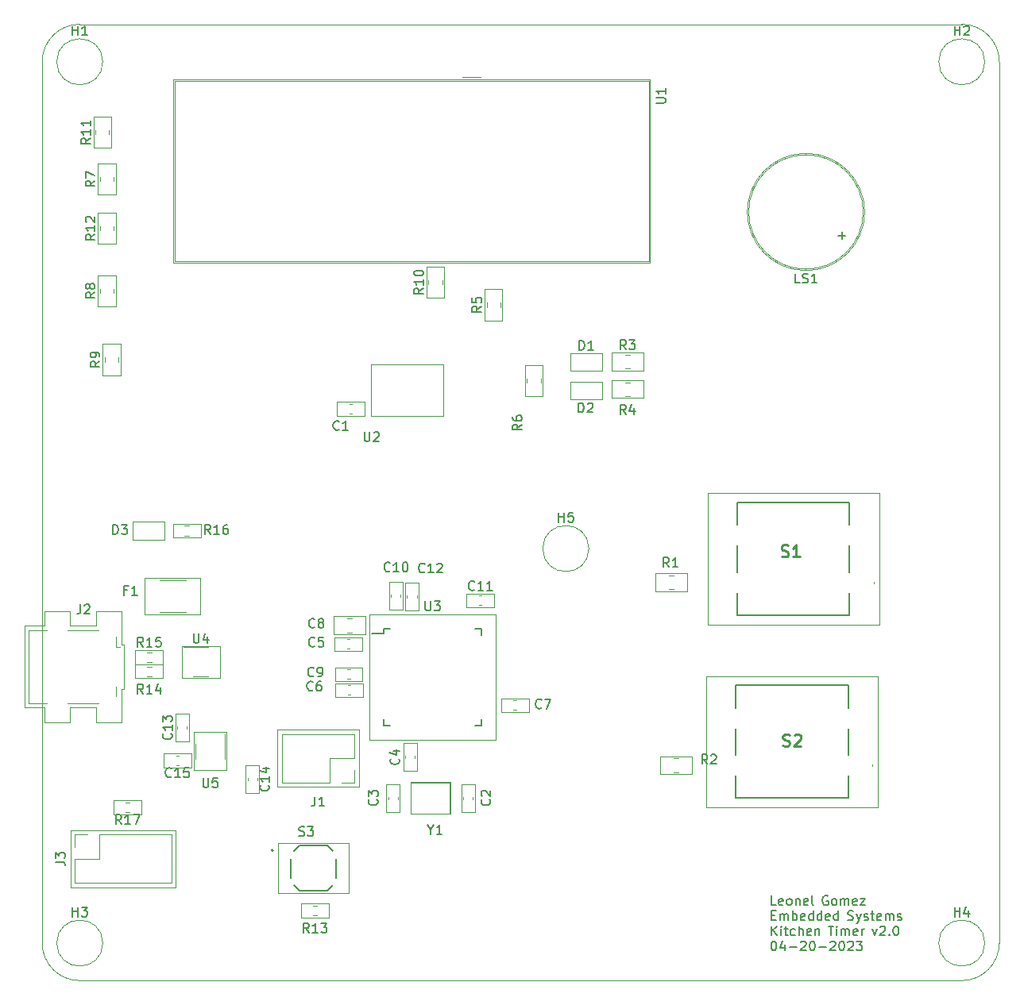
<source format=gbr>
%TF.GenerationSoftware,KiCad,Pcbnew,(7.0.0)*%
%TF.CreationDate,2023-04-20T13:59:00-06:00*%
%TF.ProjectId,Phase_B_ATMEGA_v3,50686173-655f-4425-9f41-544d4547415f,rev?*%
%TF.SameCoordinates,Original*%
%TF.FileFunction,Legend,Top*%
%TF.FilePolarity,Positive*%
%FSLAX46Y46*%
G04 Gerber Fmt 4.6, Leading zero omitted, Abs format (unit mm)*
G04 Created by KiCad (PCBNEW (7.0.0)) date 2023-04-20 13:59:00*
%MOMM*%
%LPD*%
G01*
G04 APERTURE LIST*
%ADD10C,0.150000*%
%ADD11C,0.254000*%
%ADD12C,0.120000*%
%ADD13C,0.100000*%
%ADD14C,0.200000*%
%ADD15C,0.127000*%
%TA.AperFunction,Profile*%
%ADD16C,0.100000*%
%TD*%
%ADD17C,0.050000*%
G04 APERTURE END LIST*
D10*
X176314285Y-140422380D02*
X175838095Y-140422380D01*
X175838095Y-140422380D02*
X175838095Y-139422380D01*
X177028571Y-140374761D02*
X176933333Y-140422380D01*
X176933333Y-140422380D02*
X176742857Y-140422380D01*
X176742857Y-140422380D02*
X176647619Y-140374761D01*
X176647619Y-140374761D02*
X176600000Y-140279523D01*
X176600000Y-140279523D02*
X176600000Y-139898571D01*
X176600000Y-139898571D02*
X176647619Y-139803333D01*
X176647619Y-139803333D02*
X176742857Y-139755714D01*
X176742857Y-139755714D02*
X176933333Y-139755714D01*
X176933333Y-139755714D02*
X177028571Y-139803333D01*
X177028571Y-139803333D02*
X177076190Y-139898571D01*
X177076190Y-139898571D02*
X177076190Y-139993809D01*
X177076190Y-139993809D02*
X176600000Y-140089047D01*
X177647619Y-140422380D02*
X177552381Y-140374761D01*
X177552381Y-140374761D02*
X177504762Y-140327142D01*
X177504762Y-140327142D02*
X177457143Y-140231904D01*
X177457143Y-140231904D02*
X177457143Y-139946190D01*
X177457143Y-139946190D02*
X177504762Y-139850952D01*
X177504762Y-139850952D02*
X177552381Y-139803333D01*
X177552381Y-139803333D02*
X177647619Y-139755714D01*
X177647619Y-139755714D02*
X177790476Y-139755714D01*
X177790476Y-139755714D02*
X177885714Y-139803333D01*
X177885714Y-139803333D02*
X177933333Y-139850952D01*
X177933333Y-139850952D02*
X177980952Y-139946190D01*
X177980952Y-139946190D02*
X177980952Y-140231904D01*
X177980952Y-140231904D02*
X177933333Y-140327142D01*
X177933333Y-140327142D02*
X177885714Y-140374761D01*
X177885714Y-140374761D02*
X177790476Y-140422380D01*
X177790476Y-140422380D02*
X177647619Y-140422380D01*
X178409524Y-139755714D02*
X178409524Y-140422380D01*
X178409524Y-139850952D02*
X178457143Y-139803333D01*
X178457143Y-139803333D02*
X178552381Y-139755714D01*
X178552381Y-139755714D02*
X178695238Y-139755714D01*
X178695238Y-139755714D02*
X178790476Y-139803333D01*
X178790476Y-139803333D02*
X178838095Y-139898571D01*
X178838095Y-139898571D02*
X178838095Y-140422380D01*
X179695238Y-140374761D02*
X179600000Y-140422380D01*
X179600000Y-140422380D02*
X179409524Y-140422380D01*
X179409524Y-140422380D02*
X179314286Y-140374761D01*
X179314286Y-140374761D02*
X179266667Y-140279523D01*
X179266667Y-140279523D02*
X179266667Y-139898571D01*
X179266667Y-139898571D02*
X179314286Y-139803333D01*
X179314286Y-139803333D02*
X179409524Y-139755714D01*
X179409524Y-139755714D02*
X179600000Y-139755714D01*
X179600000Y-139755714D02*
X179695238Y-139803333D01*
X179695238Y-139803333D02*
X179742857Y-139898571D01*
X179742857Y-139898571D02*
X179742857Y-139993809D01*
X179742857Y-139993809D02*
X179266667Y-140089047D01*
X180314286Y-140422380D02*
X180219048Y-140374761D01*
X180219048Y-140374761D02*
X180171429Y-140279523D01*
X180171429Y-140279523D02*
X180171429Y-139422380D01*
X181819048Y-139470000D02*
X181723810Y-139422380D01*
X181723810Y-139422380D02*
X181580953Y-139422380D01*
X181580953Y-139422380D02*
X181438096Y-139470000D01*
X181438096Y-139470000D02*
X181342858Y-139565238D01*
X181342858Y-139565238D02*
X181295239Y-139660476D01*
X181295239Y-139660476D02*
X181247620Y-139850952D01*
X181247620Y-139850952D02*
X181247620Y-139993809D01*
X181247620Y-139993809D02*
X181295239Y-140184285D01*
X181295239Y-140184285D02*
X181342858Y-140279523D01*
X181342858Y-140279523D02*
X181438096Y-140374761D01*
X181438096Y-140374761D02*
X181580953Y-140422380D01*
X181580953Y-140422380D02*
X181676191Y-140422380D01*
X181676191Y-140422380D02*
X181819048Y-140374761D01*
X181819048Y-140374761D02*
X181866667Y-140327142D01*
X181866667Y-140327142D02*
X181866667Y-139993809D01*
X181866667Y-139993809D02*
X181676191Y-139993809D01*
X182438096Y-140422380D02*
X182342858Y-140374761D01*
X182342858Y-140374761D02*
X182295239Y-140327142D01*
X182295239Y-140327142D02*
X182247620Y-140231904D01*
X182247620Y-140231904D02*
X182247620Y-139946190D01*
X182247620Y-139946190D02*
X182295239Y-139850952D01*
X182295239Y-139850952D02*
X182342858Y-139803333D01*
X182342858Y-139803333D02*
X182438096Y-139755714D01*
X182438096Y-139755714D02*
X182580953Y-139755714D01*
X182580953Y-139755714D02*
X182676191Y-139803333D01*
X182676191Y-139803333D02*
X182723810Y-139850952D01*
X182723810Y-139850952D02*
X182771429Y-139946190D01*
X182771429Y-139946190D02*
X182771429Y-140231904D01*
X182771429Y-140231904D02*
X182723810Y-140327142D01*
X182723810Y-140327142D02*
X182676191Y-140374761D01*
X182676191Y-140374761D02*
X182580953Y-140422380D01*
X182580953Y-140422380D02*
X182438096Y-140422380D01*
X183200001Y-140422380D02*
X183200001Y-139755714D01*
X183200001Y-139850952D02*
X183247620Y-139803333D01*
X183247620Y-139803333D02*
X183342858Y-139755714D01*
X183342858Y-139755714D02*
X183485715Y-139755714D01*
X183485715Y-139755714D02*
X183580953Y-139803333D01*
X183580953Y-139803333D02*
X183628572Y-139898571D01*
X183628572Y-139898571D02*
X183628572Y-140422380D01*
X183628572Y-139898571D02*
X183676191Y-139803333D01*
X183676191Y-139803333D02*
X183771429Y-139755714D01*
X183771429Y-139755714D02*
X183914286Y-139755714D01*
X183914286Y-139755714D02*
X184009525Y-139803333D01*
X184009525Y-139803333D02*
X184057144Y-139898571D01*
X184057144Y-139898571D02*
X184057144Y-140422380D01*
X184914286Y-140374761D02*
X184819048Y-140422380D01*
X184819048Y-140422380D02*
X184628572Y-140422380D01*
X184628572Y-140422380D02*
X184533334Y-140374761D01*
X184533334Y-140374761D02*
X184485715Y-140279523D01*
X184485715Y-140279523D02*
X184485715Y-139898571D01*
X184485715Y-139898571D02*
X184533334Y-139803333D01*
X184533334Y-139803333D02*
X184628572Y-139755714D01*
X184628572Y-139755714D02*
X184819048Y-139755714D01*
X184819048Y-139755714D02*
X184914286Y-139803333D01*
X184914286Y-139803333D02*
X184961905Y-139898571D01*
X184961905Y-139898571D02*
X184961905Y-139993809D01*
X184961905Y-139993809D02*
X184485715Y-140089047D01*
X185295239Y-139755714D02*
X185819048Y-139755714D01*
X185819048Y-139755714D02*
X185295239Y-140422380D01*
X185295239Y-140422380D02*
X185819048Y-140422380D01*
X175838095Y-141518571D02*
X176171428Y-141518571D01*
X176314285Y-142042380D02*
X175838095Y-142042380D01*
X175838095Y-142042380D02*
X175838095Y-141042380D01*
X175838095Y-141042380D02*
X176314285Y-141042380D01*
X176742857Y-142042380D02*
X176742857Y-141375714D01*
X176742857Y-141470952D02*
X176790476Y-141423333D01*
X176790476Y-141423333D02*
X176885714Y-141375714D01*
X176885714Y-141375714D02*
X177028571Y-141375714D01*
X177028571Y-141375714D02*
X177123809Y-141423333D01*
X177123809Y-141423333D02*
X177171428Y-141518571D01*
X177171428Y-141518571D02*
X177171428Y-142042380D01*
X177171428Y-141518571D02*
X177219047Y-141423333D01*
X177219047Y-141423333D02*
X177314285Y-141375714D01*
X177314285Y-141375714D02*
X177457142Y-141375714D01*
X177457142Y-141375714D02*
X177552381Y-141423333D01*
X177552381Y-141423333D02*
X177600000Y-141518571D01*
X177600000Y-141518571D02*
X177600000Y-142042380D01*
X178076190Y-142042380D02*
X178076190Y-141042380D01*
X178076190Y-141423333D02*
X178171428Y-141375714D01*
X178171428Y-141375714D02*
X178361904Y-141375714D01*
X178361904Y-141375714D02*
X178457142Y-141423333D01*
X178457142Y-141423333D02*
X178504761Y-141470952D01*
X178504761Y-141470952D02*
X178552380Y-141566190D01*
X178552380Y-141566190D02*
X178552380Y-141851904D01*
X178552380Y-141851904D02*
X178504761Y-141947142D01*
X178504761Y-141947142D02*
X178457142Y-141994761D01*
X178457142Y-141994761D02*
X178361904Y-142042380D01*
X178361904Y-142042380D02*
X178171428Y-142042380D01*
X178171428Y-142042380D02*
X178076190Y-141994761D01*
X179361904Y-141994761D02*
X179266666Y-142042380D01*
X179266666Y-142042380D02*
X179076190Y-142042380D01*
X179076190Y-142042380D02*
X178980952Y-141994761D01*
X178980952Y-141994761D02*
X178933333Y-141899523D01*
X178933333Y-141899523D02*
X178933333Y-141518571D01*
X178933333Y-141518571D02*
X178980952Y-141423333D01*
X178980952Y-141423333D02*
X179076190Y-141375714D01*
X179076190Y-141375714D02*
X179266666Y-141375714D01*
X179266666Y-141375714D02*
X179361904Y-141423333D01*
X179361904Y-141423333D02*
X179409523Y-141518571D01*
X179409523Y-141518571D02*
X179409523Y-141613809D01*
X179409523Y-141613809D02*
X178933333Y-141709047D01*
X180266666Y-142042380D02*
X180266666Y-141042380D01*
X180266666Y-141994761D02*
X180171428Y-142042380D01*
X180171428Y-142042380D02*
X179980952Y-142042380D01*
X179980952Y-142042380D02*
X179885714Y-141994761D01*
X179885714Y-141994761D02*
X179838095Y-141947142D01*
X179838095Y-141947142D02*
X179790476Y-141851904D01*
X179790476Y-141851904D02*
X179790476Y-141566190D01*
X179790476Y-141566190D02*
X179838095Y-141470952D01*
X179838095Y-141470952D02*
X179885714Y-141423333D01*
X179885714Y-141423333D02*
X179980952Y-141375714D01*
X179980952Y-141375714D02*
X180171428Y-141375714D01*
X180171428Y-141375714D02*
X180266666Y-141423333D01*
X181171428Y-142042380D02*
X181171428Y-141042380D01*
X181171428Y-141994761D02*
X181076190Y-142042380D01*
X181076190Y-142042380D02*
X180885714Y-142042380D01*
X180885714Y-142042380D02*
X180790476Y-141994761D01*
X180790476Y-141994761D02*
X180742857Y-141947142D01*
X180742857Y-141947142D02*
X180695238Y-141851904D01*
X180695238Y-141851904D02*
X180695238Y-141566190D01*
X180695238Y-141566190D02*
X180742857Y-141470952D01*
X180742857Y-141470952D02*
X180790476Y-141423333D01*
X180790476Y-141423333D02*
X180885714Y-141375714D01*
X180885714Y-141375714D02*
X181076190Y-141375714D01*
X181076190Y-141375714D02*
X181171428Y-141423333D01*
X182028571Y-141994761D02*
X181933333Y-142042380D01*
X181933333Y-142042380D02*
X181742857Y-142042380D01*
X181742857Y-142042380D02*
X181647619Y-141994761D01*
X181647619Y-141994761D02*
X181600000Y-141899523D01*
X181600000Y-141899523D02*
X181600000Y-141518571D01*
X181600000Y-141518571D02*
X181647619Y-141423333D01*
X181647619Y-141423333D02*
X181742857Y-141375714D01*
X181742857Y-141375714D02*
X181933333Y-141375714D01*
X181933333Y-141375714D02*
X182028571Y-141423333D01*
X182028571Y-141423333D02*
X182076190Y-141518571D01*
X182076190Y-141518571D02*
X182076190Y-141613809D01*
X182076190Y-141613809D02*
X181600000Y-141709047D01*
X182933333Y-142042380D02*
X182933333Y-141042380D01*
X182933333Y-141994761D02*
X182838095Y-142042380D01*
X182838095Y-142042380D02*
X182647619Y-142042380D01*
X182647619Y-142042380D02*
X182552381Y-141994761D01*
X182552381Y-141994761D02*
X182504762Y-141947142D01*
X182504762Y-141947142D02*
X182457143Y-141851904D01*
X182457143Y-141851904D02*
X182457143Y-141566190D01*
X182457143Y-141566190D02*
X182504762Y-141470952D01*
X182504762Y-141470952D02*
X182552381Y-141423333D01*
X182552381Y-141423333D02*
X182647619Y-141375714D01*
X182647619Y-141375714D02*
X182838095Y-141375714D01*
X182838095Y-141375714D02*
X182933333Y-141423333D01*
X183961905Y-141994761D02*
X184104762Y-142042380D01*
X184104762Y-142042380D02*
X184342857Y-142042380D01*
X184342857Y-142042380D02*
X184438095Y-141994761D01*
X184438095Y-141994761D02*
X184485714Y-141947142D01*
X184485714Y-141947142D02*
X184533333Y-141851904D01*
X184533333Y-141851904D02*
X184533333Y-141756666D01*
X184533333Y-141756666D02*
X184485714Y-141661428D01*
X184485714Y-141661428D02*
X184438095Y-141613809D01*
X184438095Y-141613809D02*
X184342857Y-141566190D01*
X184342857Y-141566190D02*
X184152381Y-141518571D01*
X184152381Y-141518571D02*
X184057143Y-141470952D01*
X184057143Y-141470952D02*
X184009524Y-141423333D01*
X184009524Y-141423333D02*
X183961905Y-141328095D01*
X183961905Y-141328095D02*
X183961905Y-141232857D01*
X183961905Y-141232857D02*
X184009524Y-141137619D01*
X184009524Y-141137619D02*
X184057143Y-141090000D01*
X184057143Y-141090000D02*
X184152381Y-141042380D01*
X184152381Y-141042380D02*
X184390476Y-141042380D01*
X184390476Y-141042380D02*
X184533333Y-141090000D01*
X184866667Y-141375714D02*
X185104762Y-142042380D01*
X185342857Y-141375714D02*
X185104762Y-142042380D01*
X185104762Y-142042380D02*
X185009524Y-142280476D01*
X185009524Y-142280476D02*
X184961905Y-142328095D01*
X184961905Y-142328095D02*
X184866667Y-142375714D01*
X185676191Y-141994761D02*
X185771429Y-142042380D01*
X185771429Y-142042380D02*
X185961905Y-142042380D01*
X185961905Y-142042380D02*
X186057143Y-141994761D01*
X186057143Y-141994761D02*
X186104762Y-141899523D01*
X186104762Y-141899523D02*
X186104762Y-141851904D01*
X186104762Y-141851904D02*
X186057143Y-141756666D01*
X186057143Y-141756666D02*
X185961905Y-141709047D01*
X185961905Y-141709047D02*
X185819048Y-141709047D01*
X185819048Y-141709047D02*
X185723810Y-141661428D01*
X185723810Y-141661428D02*
X185676191Y-141566190D01*
X185676191Y-141566190D02*
X185676191Y-141518571D01*
X185676191Y-141518571D02*
X185723810Y-141423333D01*
X185723810Y-141423333D02*
X185819048Y-141375714D01*
X185819048Y-141375714D02*
X185961905Y-141375714D01*
X185961905Y-141375714D02*
X186057143Y-141423333D01*
X186390477Y-141375714D02*
X186771429Y-141375714D01*
X186533334Y-141042380D02*
X186533334Y-141899523D01*
X186533334Y-141899523D02*
X186580953Y-141994761D01*
X186580953Y-141994761D02*
X186676191Y-142042380D01*
X186676191Y-142042380D02*
X186771429Y-142042380D01*
X187485715Y-141994761D02*
X187390477Y-142042380D01*
X187390477Y-142042380D02*
X187200001Y-142042380D01*
X187200001Y-142042380D02*
X187104763Y-141994761D01*
X187104763Y-141994761D02*
X187057144Y-141899523D01*
X187057144Y-141899523D02*
X187057144Y-141518571D01*
X187057144Y-141518571D02*
X187104763Y-141423333D01*
X187104763Y-141423333D02*
X187200001Y-141375714D01*
X187200001Y-141375714D02*
X187390477Y-141375714D01*
X187390477Y-141375714D02*
X187485715Y-141423333D01*
X187485715Y-141423333D02*
X187533334Y-141518571D01*
X187533334Y-141518571D02*
X187533334Y-141613809D01*
X187533334Y-141613809D02*
X187057144Y-141709047D01*
X187961906Y-142042380D02*
X187961906Y-141375714D01*
X187961906Y-141470952D02*
X188009525Y-141423333D01*
X188009525Y-141423333D02*
X188104763Y-141375714D01*
X188104763Y-141375714D02*
X188247620Y-141375714D01*
X188247620Y-141375714D02*
X188342858Y-141423333D01*
X188342858Y-141423333D02*
X188390477Y-141518571D01*
X188390477Y-141518571D02*
X188390477Y-142042380D01*
X188390477Y-141518571D02*
X188438096Y-141423333D01*
X188438096Y-141423333D02*
X188533334Y-141375714D01*
X188533334Y-141375714D02*
X188676191Y-141375714D01*
X188676191Y-141375714D02*
X188771430Y-141423333D01*
X188771430Y-141423333D02*
X188819049Y-141518571D01*
X188819049Y-141518571D02*
X188819049Y-142042380D01*
X189247620Y-141994761D02*
X189342858Y-142042380D01*
X189342858Y-142042380D02*
X189533334Y-142042380D01*
X189533334Y-142042380D02*
X189628572Y-141994761D01*
X189628572Y-141994761D02*
X189676191Y-141899523D01*
X189676191Y-141899523D02*
X189676191Y-141851904D01*
X189676191Y-141851904D02*
X189628572Y-141756666D01*
X189628572Y-141756666D02*
X189533334Y-141709047D01*
X189533334Y-141709047D02*
X189390477Y-141709047D01*
X189390477Y-141709047D02*
X189295239Y-141661428D01*
X189295239Y-141661428D02*
X189247620Y-141566190D01*
X189247620Y-141566190D02*
X189247620Y-141518571D01*
X189247620Y-141518571D02*
X189295239Y-141423333D01*
X189295239Y-141423333D02*
X189390477Y-141375714D01*
X189390477Y-141375714D02*
X189533334Y-141375714D01*
X189533334Y-141375714D02*
X189628572Y-141423333D01*
X175838095Y-143662380D02*
X175838095Y-142662380D01*
X176409523Y-143662380D02*
X175980952Y-143090952D01*
X176409523Y-142662380D02*
X175838095Y-143233809D01*
X176838095Y-143662380D02*
X176838095Y-142995714D01*
X176838095Y-142662380D02*
X176790476Y-142710000D01*
X176790476Y-142710000D02*
X176838095Y-142757619D01*
X176838095Y-142757619D02*
X176885714Y-142710000D01*
X176885714Y-142710000D02*
X176838095Y-142662380D01*
X176838095Y-142662380D02*
X176838095Y-142757619D01*
X177171428Y-142995714D02*
X177552380Y-142995714D01*
X177314285Y-142662380D02*
X177314285Y-143519523D01*
X177314285Y-143519523D02*
X177361904Y-143614761D01*
X177361904Y-143614761D02*
X177457142Y-143662380D01*
X177457142Y-143662380D02*
X177552380Y-143662380D01*
X178314285Y-143614761D02*
X178219047Y-143662380D01*
X178219047Y-143662380D02*
X178028571Y-143662380D01*
X178028571Y-143662380D02*
X177933333Y-143614761D01*
X177933333Y-143614761D02*
X177885714Y-143567142D01*
X177885714Y-143567142D02*
X177838095Y-143471904D01*
X177838095Y-143471904D02*
X177838095Y-143186190D01*
X177838095Y-143186190D02*
X177885714Y-143090952D01*
X177885714Y-143090952D02*
X177933333Y-143043333D01*
X177933333Y-143043333D02*
X178028571Y-142995714D01*
X178028571Y-142995714D02*
X178219047Y-142995714D01*
X178219047Y-142995714D02*
X178314285Y-143043333D01*
X178742857Y-143662380D02*
X178742857Y-142662380D01*
X179171428Y-143662380D02*
X179171428Y-143138571D01*
X179171428Y-143138571D02*
X179123809Y-143043333D01*
X179123809Y-143043333D02*
X179028571Y-142995714D01*
X179028571Y-142995714D02*
X178885714Y-142995714D01*
X178885714Y-142995714D02*
X178790476Y-143043333D01*
X178790476Y-143043333D02*
X178742857Y-143090952D01*
X180028571Y-143614761D02*
X179933333Y-143662380D01*
X179933333Y-143662380D02*
X179742857Y-143662380D01*
X179742857Y-143662380D02*
X179647619Y-143614761D01*
X179647619Y-143614761D02*
X179600000Y-143519523D01*
X179600000Y-143519523D02*
X179600000Y-143138571D01*
X179600000Y-143138571D02*
X179647619Y-143043333D01*
X179647619Y-143043333D02*
X179742857Y-142995714D01*
X179742857Y-142995714D02*
X179933333Y-142995714D01*
X179933333Y-142995714D02*
X180028571Y-143043333D01*
X180028571Y-143043333D02*
X180076190Y-143138571D01*
X180076190Y-143138571D02*
X180076190Y-143233809D01*
X180076190Y-143233809D02*
X179600000Y-143329047D01*
X180504762Y-142995714D02*
X180504762Y-143662380D01*
X180504762Y-143090952D02*
X180552381Y-143043333D01*
X180552381Y-143043333D02*
X180647619Y-142995714D01*
X180647619Y-142995714D02*
X180790476Y-142995714D01*
X180790476Y-142995714D02*
X180885714Y-143043333D01*
X180885714Y-143043333D02*
X180933333Y-143138571D01*
X180933333Y-143138571D02*
X180933333Y-143662380D01*
X181866667Y-142662380D02*
X182438095Y-142662380D01*
X182152381Y-143662380D02*
X182152381Y-142662380D01*
X182771429Y-143662380D02*
X182771429Y-142995714D01*
X182771429Y-142662380D02*
X182723810Y-142710000D01*
X182723810Y-142710000D02*
X182771429Y-142757619D01*
X182771429Y-142757619D02*
X182819048Y-142710000D01*
X182819048Y-142710000D02*
X182771429Y-142662380D01*
X182771429Y-142662380D02*
X182771429Y-142757619D01*
X183247619Y-143662380D02*
X183247619Y-142995714D01*
X183247619Y-143090952D02*
X183295238Y-143043333D01*
X183295238Y-143043333D02*
X183390476Y-142995714D01*
X183390476Y-142995714D02*
X183533333Y-142995714D01*
X183533333Y-142995714D02*
X183628571Y-143043333D01*
X183628571Y-143043333D02*
X183676190Y-143138571D01*
X183676190Y-143138571D02*
X183676190Y-143662380D01*
X183676190Y-143138571D02*
X183723809Y-143043333D01*
X183723809Y-143043333D02*
X183819047Y-142995714D01*
X183819047Y-142995714D02*
X183961904Y-142995714D01*
X183961904Y-142995714D02*
X184057143Y-143043333D01*
X184057143Y-143043333D02*
X184104762Y-143138571D01*
X184104762Y-143138571D02*
X184104762Y-143662380D01*
X184961904Y-143614761D02*
X184866666Y-143662380D01*
X184866666Y-143662380D02*
X184676190Y-143662380D01*
X184676190Y-143662380D02*
X184580952Y-143614761D01*
X184580952Y-143614761D02*
X184533333Y-143519523D01*
X184533333Y-143519523D02*
X184533333Y-143138571D01*
X184533333Y-143138571D02*
X184580952Y-143043333D01*
X184580952Y-143043333D02*
X184676190Y-142995714D01*
X184676190Y-142995714D02*
X184866666Y-142995714D01*
X184866666Y-142995714D02*
X184961904Y-143043333D01*
X184961904Y-143043333D02*
X185009523Y-143138571D01*
X185009523Y-143138571D02*
X185009523Y-143233809D01*
X185009523Y-143233809D02*
X184533333Y-143329047D01*
X185438095Y-143662380D02*
X185438095Y-142995714D01*
X185438095Y-143186190D02*
X185485714Y-143090952D01*
X185485714Y-143090952D02*
X185533333Y-143043333D01*
X185533333Y-143043333D02*
X185628571Y-142995714D01*
X185628571Y-142995714D02*
X185723809Y-142995714D01*
X186561905Y-142995714D02*
X186800000Y-143662380D01*
X186800000Y-143662380D02*
X187038095Y-142995714D01*
X187371429Y-142757619D02*
X187419048Y-142710000D01*
X187419048Y-142710000D02*
X187514286Y-142662380D01*
X187514286Y-142662380D02*
X187752381Y-142662380D01*
X187752381Y-142662380D02*
X187847619Y-142710000D01*
X187847619Y-142710000D02*
X187895238Y-142757619D01*
X187895238Y-142757619D02*
X187942857Y-142852857D01*
X187942857Y-142852857D02*
X187942857Y-142948095D01*
X187942857Y-142948095D02*
X187895238Y-143090952D01*
X187895238Y-143090952D02*
X187323810Y-143662380D01*
X187323810Y-143662380D02*
X187942857Y-143662380D01*
X188371429Y-143567142D02*
X188419048Y-143614761D01*
X188419048Y-143614761D02*
X188371429Y-143662380D01*
X188371429Y-143662380D02*
X188323810Y-143614761D01*
X188323810Y-143614761D02*
X188371429Y-143567142D01*
X188371429Y-143567142D02*
X188371429Y-143662380D01*
X189038095Y-142662380D02*
X189133333Y-142662380D01*
X189133333Y-142662380D02*
X189228571Y-142710000D01*
X189228571Y-142710000D02*
X189276190Y-142757619D01*
X189276190Y-142757619D02*
X189323809Y-142852857D01*
X189323809Y-142852857D02*
X189371428Y-143043333D01*
X189371428Y-143043333D02*
X189371428Y-143281428D01*
X189371428Y-143281428D02*
X189323809Y-143471904D01*
X189323809Y-143471904D02*
X189276190Y-143567142D01*
X189276190Y-143567142D02*
X189228571Y-143614761D01*
X189228571Y-143614761D02*
X189133333Y-143662380D01*
X189133333Y-143662380D02*
X189038095Y-143662380D01*
X189038095Y-143662380D02*
X188942857Y-143614761D01*
X188942857Y-143614761D02*
X188895238Y-143567142D01*
X188895238Y-143567142D02*
X188847619Y-143471904D01*
X188847619Y-143471904D02*
X188800000Y-143281428D01*
X188800000Y-143281428D02*
X188800000Y-143043333D01*
X188800000Y-143043333D02*
X188847619Y-142852857D01*
X188847619Y-142852857D02*
X188895238Y-142757619D01*
X188895238Y-142757619D02*
X188942857Y-142710000D01*
X188942857Y-142710000D02*
X189038095Y-142662380D01*
X176028571Y-144282380D02*
X176123809Y-144282380D01*
X176123809Y-144282380D02*
X176219047Y-144330000D01*
X176219047Y-144330000D02*
X176266666Y-144377619D01*
X176266666Y-144377619D02*
X176314285Y-144472857D01*
X176314285Y-144472857D02*
X176361904Y-144663333D01*
X176361904Y-144663333D02*
X176361904Y-144901428D01*
X176361904Y-144901428D02*
X176314285Y-145091904D01*
X176314285Y-145091904D02*
X176266666Y-145187142D01*
X176266666Y-145187142D02*
X176219047Y-145234761D01*
X176219047Y-145234761D02*
X176123809Y-145282380D01*
X176123809Y-145282380D02*
X176028571Y-145282380D01*
X176028571Y-145282380D02*
X175933333Y-145234761D01*
X175933333Y-145234761D02*
X175885714Y-145187142D01*
X175885714Y-145187142D02*
X175838095Y-145091904D01*
X175838095Y-145091904D02*
X175790476Y-144901428D01*
X175790476Y-144901428D02*
X175790476Y-144663333D01*
X175790476Y-144663333D02*
X175838095Y-144472857D01*
X175838095Y-144472857D02*
X175885714Y-144377619D01*
X175885714Y-144377619D02*
X175933333Y-144330000D01*
X175933333Y-144330000D02*
X176028571Y-144282380D01*
X177219047Y-144615714D02*
X177219047Y-145282380D01*
X176980952Y-144234761D02*
X176742857Y-144949047D01*
X176742857Y-144949047D02*
X177361904Y-144949047D01*
X177742857Y-144901428D02*
X178504762Y-144901428D01*
X178933333Y-144377619D02*
X178980952Y-144330000D01*
X178980952Y-144330000D02*
X179076190Y-144282380D01*
X179076190Y-144282380D02*
X179314285Y-144282380D01*
X179314285Y-144282380D02*
X179409523Y-144330000D01*
X179409523Y-144330000D02*
X179457142Y-144377619D01*
X179457142Y-144377619D02*
X179504761Y-144472857D01*
X179504761Y-144472857D02*
X179504761Y-144568095D01*
X179504761Y-144568095D02*
X179457142Y-144710952D01*
X179457142Y-144710952D02*
X178885714Y-145282380D01*
X178885714Y-145282380D02*
X179504761Y-145282380D01*
X180123809Y-144282380D02*
X180219047Y-144282380D01*
X180219047Y-144282380D02*
X180314285Y-144330000D01*
X180314285Y-144330000D02*
X180361904Y-144377619D01*
X180361904Y-144377619D02*
X180409523Y-144472857D01*
X180409523Y-144472857D02*
X180457142Y-144663333D01*
X180457142Y-144663333D02*
X180457142Y-144901428D01*
X180457142Y-144901428D02*
X180409523Y-145091904D01*
X180409523Y-145091904D02*
X180361904Y-145187142D01*
X180361904Y-145187142D02*
X180314285Y-145234761D01*
X180314285Y-145234761D02*
X180219047Y-145282380D01*
X180219047Y-145282380D02*
X180123809Y-145282380D01*
X180123809Y-145282380D02*
X180028571Y-145234761D01*
X180028571Y-145234761D02*
X179980952Y-145187142D01*
X179980952Y-145187142D02*
X179933333Y-145091904D01*
X179933333Y-145091904D02*
X179885714Y-144901428D01*
X179885714Y-144901428D02*
X179885714Y-144663333D01*
X179885714Y-144663333D02*
X179933333Y-144472857D01*
X179933333Y-144472857D02*
X179980952Y-144377619D01*
X179980952Y-144377619D02*
X180028571Y-144330000D01*
X180028571Y-144330000D02*
X180123809Y-144282380D01*
X180885714Y-144901428D02*
X181647619Y-144901428D01*
X182076190Y-144377619D02*
X182123809Y-144330000D01*
X182123809Y-144330000D02*
X182219047Y-144282380D01*
X182219047Y-144282380D02*
X182457142Y-144282380D01*
X182457142Y-144282380D02*
X182552380Y-144330000D01*
X182552380Y-144330000D02*
X182599999Y-144377619D01*
X182599999Y-144377619D02*
X182647618Y-144472857D01*
X182647618Y-144472857D02*
X182647618Y-144568095D01*
X182647618Y-144568095D02*
X182599999Y-144710952D01*
X182599999Y-144710952D02*
X182028571Y-145282380D01*
X182028571Y-145282380D02*
X182647618Y-145282380D01*
X183266666Y-144282380D02*
X183361904Y-144282380D01*
X183361904Y-144282380D02*
X183457142Y-144330000D01*
X183457142Y-144330000D02*
X183504761Y-144377619D01*
X183504761Y-144377619D02*
X183552380Y-144472857D01*
X183552380Y-144472857D02*
X183599999Y-144663333D01*
X183599999Y-144663333D02*
X183599999Y-144901428D01*
X183599999Y-144901428D02*
X183552380Y-145091904D01*
X183552380Y-145091904D02*
X183504761Y-145187142D01*
X183504761Y-145187142D02*
X183457142Y-145234761D01*
X183457142Y-145234761D02*
X183361904Y-145282380D01*
X183361904Y-145282380D02*
X183266666Y-145282380D01*
X183266666Y-145282380D02*
X183171428Y-145234761D01*
X183171428Y-145234761D02*
X183123809Y-145187142D01*
X183123809Y-145187142D02*
X183076190Y-145091904D01*
X183076190Y-145091904D02*
X183028571Y-144901428D01*
X183028571Y-144901428D02*
X183028571Y-144663333D01*
X183028571Y-144663333D02*
X183076190Y-144472857D01*
X183076190Y-144472857D02*
X183123809Y-144377619D01*
X183123809Y-144377619D02*
X183171428Y-144330000D01*
X183171428Y-144330000D02*
X183266666Y-144282380D01*
X183980952Y-144377619D02*
X184028571Y-144330000D01*
X184028571Y-144330000D02*
X184123809Y-144282380D01*
X184123809Y-144282380D02*
X184361904Y-144282380D01*
X184361904Y-144282380D02*
X184457142Y-144330000D01*
X184457142Y-144330000D02*
X184504761Y-144377619D01*
X184504761Y-144377619D02*
X184552380Y-144472857D01*
X184552380Y-144472857D02*
X184552380Y-144568095D01*
X184552380Y-144568095D02*
X184504761Y-144710952D01*
X184504761Y-144710952D02*
X183933333Y-145282380D01*
X183933333Y-145282380D02*
X184552380Y-145282380D01*
X184885714Y-144282380D02*
X185504761Y-144282380D01*
X185504761Y-144282380D02*
X185171428Y-144663333D01*
X185171428Y-144663333D02*
X185314285Y-144663333D01*
X185314285Y-144663333D02*
X185409523Y-144710952D01*
X185409523Y-144710952D02*
X185457142Y-144758571D01*
X185457142Y-144758571D02*
X185504761Y-144853809D01*
X185504761Y-144853809D02*
X185504761Y-145091904D01*
X185504761Y-145091904D02*
X185457142Y-145187142D01*
X185457142Y-145187142D02*
X185409523Y-145234761D01*
X185409523Y-145234761D02*
X185314285Y-145282380D01*
X185314285Y-145282380D02*
X185028571Y-145282380D01*
X185028571Y-145282380D02*
X184933333Y-145234761D01*
X184933333Y-145234761D02*
X184885714Y-145187142D01*
%TO.C,LS1*%
X178857142Y-74067380D02*
X178380952Y-74067380D01*
X178380952Y-74067380D02*
X178380952Y-73067380D01*
X179142857Y-74019761D02*
X179285714Y-74067380D01*
X179285714Y-74067380D02*
X179523809Y-74067380D01*
X179523809Y-74067380D02*
X179619047Y-74019761D01*
X179619047Y-74019761D02*
X179666666Y-73972142D01*
X179666666Y-73972142D02*
X179714285Y-73876904D01*
X179714285Y-73876904D02*
X179714285Y-73781666D01*
X179714285Y-73781666D02*
X179666666Y-73686428D01*
X179666666Y-73686428D02*
X179619047Y-73638809D01*
X179619047Y-73638809D02*
X179523809Y-73591190D01*
X179523809Y-73591190D02*
X179333333Y-73543571D01*
X179333333Y-73543571D02*
X179238095Y-73495952D01*
X179238095Y-73495952D02*
X179190476Y-73448333D01*
X179190476Y-73448333D02*
X179142857Y-73353095D01*
X179142857Y-73353095D02*
X179142857Y-73257857D01*
X179142857Y-73257857D02*
X179190476Y-73162619D01*
X179190476Y-73162619D02*
X179238095Y-73115000D01*
X179238095Y-73115000D02*
X179333333Y-73067380D01*
X179333333Y-73067380D02*
X179571428Y-73067380D01*
X179571428Y-73067380D02*
X179714285Y-73115000D01*
X180666666Y-74067380D02*
X180095238Y-74067380D01*
X180380952Y-74067380D02*
X180380952Y-73067380D01*
X180380952Y-73067380D02*
X180285714Y-73210238D01*
X180285714Y-73210238D02*
X180190476Y-73305476D01*
X180190476Y-73305476D02*
X180095238Y-73353095D01*
X182929048Y-69026428D02*
X183690953Y-69026428D01*
X183310000Y-69407380D02*
X183310000Y-68645476D01*
%TO.C,H5*%
X153138095Y-99567380D02*
X153138095Y-98567380D01*
X153138095Y-99043571D02*
X153709523Y-99043571D01*
X153709523Y-99567380D02*
X153709523Y-98567380D01*
X154661904Y-98567380D02*
X154185714Y-98567380D01*
X154185714Y-98567380D02*
X154138095Y-99043571D01*
X154138095Y-99043571D02*
X154185714Y-98995952D01*
X154185714Y-98995952D02*
X154280952Y-98948333D01*
X154280952Y-98948333D02*
X154519047Y-98948333D01*
X154519047Y-98948333D02*
X154614285Y-98995952D01*
X154614285Y-98995952D02*
X154661904Y-99043571D01*
X154661904Y-99043571D02*
X154709523Y-99138809D01*
X154709523Y-99138809D02*
X154709523Y-99376904D01*
X154709523Y-99376904D02*
X154661904Y-99472142D01*
X154661904Y-99472142D02*
X154614285Y-99519761D01*
X154614285Y-99519761D02*
X154519047Y-99567380D01*
X154519047Y-99567380D02*
X154280952Y-99567380D01*
X154280952Y-99567380D02*
X154185714Y-99519761D01*
X154185714Y-99519761D02*
X154138095Y-99472142D01*
%TO.C,R14*%
X108857142Y-117867380D02*
X108523809Y-117391190D01*
X108285714Y-117867380D02*
X108285714Y-116867380D01*
X108285714Y-116867380D02*
X108666666Y-116867380D01*
X108666666Y-116867380D02*
X108761904Y-116915000D01*
X108761904Y-116915000D02*
X108809523Y-116962619D01*
X108809523Y-116962619D02*
X108857142Y-117057857D01*
X108857142Y-117057857D02*
X108857142Y-117200714D01*
X108857142Y-117200714D02*
X108809523Y-117295952D01*
X108809523Y-117295952D02*
X108761904Y-117343571D01*
X108761904Y-117343571D02*
X108666666Y-117391190D01*
X108666666Y-117391190D02*
X108285714Y-117391190D01*
X109809523Y-117867380D02*
X109238095Y-117867380D01*
X109523809Y-117867380D02*
X109523809Y-116867380D01*
X109523809Y-116867380D02*
X109428571Y-117010238D01*
X109428571Y-117010238D02*
X109333333Y-117105476D01*
X109333333Y-117105476D02*
X109238095Y-117153095D01*
X110666666Y-117200714D02*
X110666666Y-117867380D01*
X110428571Y-116819761D02*
X110190476Y-117534047D01*
X110190476Y-117534047D02*
X110809523Y-117534047D01*
%TO.C,R13*%
X126532142Y-143367380D02*
X126198809Y-142891190D01*
X125960714Y-143367380D02*
X125960714Y-142367380D01*
X125960714Y-142367380D02*
X126341666Y-142367380D01*
X126341666Y-142367380D02*
X126436904Y-142415000D01*
X126436904Y-142415000D02*
X126484523Y-142462619D01*
X126484523Y-142462619D02*
X126532142Y-142557857D01*
X126532142Y-142557857D02*
X126532142Y-142700714D01*
X126532142Y-142700714D02*
X126484523Y-142795952D01*
X126484523Y-142795952D02*
X126436904Y-142843571D01*
X126436904Y-142843571D02*
X126341666Y-142891190D01*
X126341666Y-142891190D02*
X125960714Y-142891190D01*
X127484523Y-143367380D02*
X126913095Y-143367380D01*
X127198809Y-143367380D02*
X127198809Y-142367380D01*
X127198809Y-142367380D02*
X127103571Y-142510238D01*
X127103571Y-142510238D02*
X127008333Y-142605476D01*
X127008333Y-142605476D02*
X126913095Y-142653095D01*
X127817857Y-142367380D02*
X128436904Y-142367380D01*
X128436904Y-142367380D02*
X128103571Y-142748333D01*
X128103571Y-142748333D02*
X128246428Y-142748333D01*
X128246428Y-142748333D02*
X128341666Y-142795952D01*
X128341666Y-142795952D02*
X128389285Y-142843571D01*
X128389285Y-142843571D02*
X128436904Y-142938809D01*
X128436904Y-142938809D02*
X128436904Y-143176904D01*
X128436904Y-143176904D02*
X128389285Y-143272142D01*
X128389285Y-143272142D02*
X128341666Y-143319761D01*
X128341666Y-143319761D02*
X128246428Y-143367380D01*
X128246428Y-143367380D02*
X127960714Y-143367380D01*
X127960714Y-143367380D02*
X127865476Y-143319761D01*
X127865476Y-143319761D02*
X127817857Y-143272142D01*
%TO.C,D3*%
X105636905Y-100867380D02*
X105636905Y-99867380D01*
X105636905Y-99867380D02*
X105875000Y-99867380D01*
X105875000Y-99867380D02*
X106017857Y-99915000D01*
X106017857Y-99915000D02*
X106113095Y-100010238D01*
X106113095Y-100010238D02*
X106160714Y-100105476D01*
X106160714Y-100105476D02*
X106208333Y-100295952D01*
X106208333Y-100295952D02*
X106208333Y-100438809D01*
X106208333Y-100438809D02*
X106160714Y-100629285D01*
X106160714Y-100629285D02*
X106113095Y-100724523D01*
X106113095Y-100724523D02*
X106017857Y-100819761D01*
X106017857Y-100819761D02*
X105875000Y-100867380D01*
X105875000Y-100867380D02*
X105636905Y-100867380D01*
X106541667Y-99867380D02*
X107160714Y-99867380D01*
X107160714Y-99867380D02*
X106827381Y-100248333D01*
X106827381Y-100248333D02*
X106970238Y-100248333D01*
X106970238Y-100248333D02*
X107065476Y-100295952D01*
X107065476Y-100295952D02*
X107113095Y-100343571D01*
X107113095Y-100343571D02*
X107160714Y-100438809D01*
X107160714Y-100438809D02*
X107160714Y-100676904D01*
X107160714Y-100676904D02*
X107113095Y-100772142D01*
X107113095Y-100772142D02*
X107065476Y-100819761D01*
X107065476Y-100819761D02*
X106970238Y-100867380D01*
X106970238Y-100867380D02*
X106684524Y-100867380D01*
X106684524Y-100867380D02*
X106589286Y-100819761D01*
X106589286Y-100819761D02*
X106541667Y-100772142D01*
%TO.C,R12*%
X103717380Y-68892857D02*
X103241190Y-69226190D01*
X103717380Y-69464285D02*
X102717380Y-69464285D01*
X102717380Y-69464285D02*
X102717380Y-69083333D01*
X102717380Y-69083333D02*
X102765000Y-68988095D01*
X102765000Y-68988095D02*
X102812619Y-68940476D01*
X102812619Y-68940476D02*
X102907857Y-68892857D01*
X102907857Y-68892857D02*
X103050714Y-68892857D01*
X103050714Y-68892857D02*
X103145952Y-68940476D01*
X103145952Y-68940476D02*
X103193571Y-68988095D01*
X103193571Y-68988095D02*
X103241190Y-69083333D01*
X103241190Y-69083333D02*
X103241190Y-69464285D01*
X103717380Y-67940476D02*
X103717380Y-68511904D01*
X103717380Y-68226190D02*
X102717380Y-68226190D01*
X102717380Y-68226190D02*
X102860238Y-68321428D01*
X102860238Y-68321428D02*
X102955476Y-68416666D01*
X102955476Y-68416666D02*
X103003095Y-68511904D01*
X102812619Y-67559523D02*
X102765000Y-67511904D01*
X102765000Y-67511904D02*
X102717380Y-67416666D01*
X102717380Y-67416666D02*
X102717380Y-67178571D01*
X102717380Y-67178571D02*
X102765000Y-67083333D01*
X102765000Y-67083333D02*
X102812619Y-67035714D01*
X102812619Y-67035714D02*
X102907857Y-66988095D01*
X102907857Y-66988095D02*
X103003095Y-66988095D01*
X103003095Y-66988095D02*
X103145952Y-67035714D01*
X103145952Y-67035714D02*
X103717380Y-67607142D01*
X103717380Y-67607142D02*
X103717380Y-66988095D01*
%TO.C,D1*%
X155324405Y-81217380D02*
X155324405Y-80217380D01*
X155324405Y-80217380D02*
X155562500Y-80217380D01*
X155562500Y-80217380D02*
X155705357Y-80265000D01*
X155705357Y-80265000D02*
X155800595Y-80360238D01*
X155800595Y-80360238D02*
X155848214Y-80455476D01*
X155848214Y-80455476D02*
X155895833Y-80645952D01*
X155895833Y-80645952D02*
X155895833Y-80788809D01*
X155895833Y-80788809D02*
X155848214Y-80979285D01*
X155848214Y-80979285D02*
X155800595Y-81074523D01*
X155800595Y-81074523D02*
X155705357Y-81169761D01*
X155705357Y-81169761D02*
X155562500Y-81217380D01*
X155562500Y-81217380D02*
X155324405Y-81217380D01*
X156848214Y-81217380D02*
X156276786Y-81217380D01*
X156562500Y-81217380D02*
X156562500Y-80217380D01*
X156562500Y-80217380D02*
X156467262Y-80360238D01*
X156467262Y-80360238D02*
X156372024Y-80455476D01*
X156372024Y-80455476D02*
X156276786Y-80503095D01*
%TO.C,C2*%
X145772142Y-129166666D02*
X145819761Y-129214285D01*
X145819761Y-129214285D02*
X145867380Y-129357142D01*
X145867380Y-129357142D02*
X145867380Y-129452380D01*
X145867380Y-129452380D02*
X145819761Y-129595237D01*
X145819761Y-129595237D02*
X145724523Y-129690475D01*
X145724523Y-129690475D02*
X145629285Y-129738094D01*
X145629285Y-129738094D02*
X145438809Y-129785713D01*
X145438809Y-129785713D02*
X145295952Y-129785713D01*
X145295952Y-129785713D02*
X145105476Y-129738094D01*
X145105476Y-129738094D02*
X145010238Y-129690475D01*
X145010238Y-129690475D02*
X144915000Y-129595237D01*
X144915000Y-129595237D02*
X144867380Y-129452380D01*
X144867380Y-129452380D02*
X144867380Y-129357142D01*
X144867380Y-129357142D02*
X144915000Y-129214285D01*
X144915000Y-129214285D02*
X144962619Y-129166666D01*
X144962619Y-128785713D02*
X144915000Y-128738094D01*
X144915000Y-128738094D02*
X144867380Y-128642856D01*
X144867380Y-128642856D02*
X144867380Y-128404761D01*
X144867380Y-128404761D02*
X144915000Y-128309523D01*
X144915000Y-128309523D02*
X144962619Y-128261904D01*
X144962619Y-128261904D02*
X145057857Y-128214285D01*
X145057857Y-128214285D02*
X145153095Y-128214285D01*
X145153095Y-128214285D02*
X145295952Y-128261904D01*
X145295952Y-128261904D02*
X145867380Y-128833332D01*
X145867380Y-128833332D02*
X145867380Y-128214285D01*
%TO.C,C10*%
X135157142Y-104772142D02*
X135109523Y-104819761D01*
X135109523Y-104819761D02*
X134966666Y-104867380D01*
X134966666Y-104867380D02*
X134871428Y-104867380D01*
X134871428Y-104867380D02*
X134728571Y-104819761D01*
X134728571Y-104819761D02*
X134633333Y-104724523D01*
X134633333Y-104724523D02*
X134585714Y-104629285D01*
X134585714Y-104629285D02*
X134538095Y-104438809D01*
X134538095Y-104438809D02*
X134538095Y-104295952D01*
X134538095Y-104295952D02*
X134585714Y-104105476D01*
X134585714Y-104105476D02*
X134633333Y-104010238D01*
X134633333Y-104010238D02*
X134728571Y-103915000D01*
X134728571Y-103915000D02*
X134871428Y-103867380D01*
X134871428Y-103867380D02*
X134966666Y-103867380D01*
X134966666Y-103867380D02*
X135109523Y-103915000D01*
X135109523Y-103915000D02*
X135157142Y-103962619D01*
X136109523Y-104867380D02*
X135538095Y-104867380D01*
X135823809Y-104867380D02*
X135823809Y-103867380D01*
X135823809Y-103867380D02*
X135728571Y-104010238D01*
X135728571Y-104010238D02*
X135633333Y-104105476D01*
X135633333Y-104105476D02*
X135538095Y-104153095D01*
X136728571Y-103867380D02*
X136823809Y-103867380D01*
X136823809Y-103867380D02*
X136919047Y-103915000D01*
X136919047Y-103915000D02*
X136966666Y-103962619D01*
X136966666Y-103962619D02*
X137014285Y-104057857D01*
X137014285Y-104057857D02*
X137061904Y-104248333D01*
X137061904Y-104248333D02*
X137061904Y-104486428D01*
X137061904Y-104486428D02*
X137014285Y-104676904D01*
X137014285Y-104676904D02*
X136966666Y-104772142D01*
X136966666Y-104772142D02*
X136919047Y-104819761D01*
X136919047Y-104819761D02*
X136823809Y-104867380D01*
X136823809Y-104867380D02*
X136728571Y-104867380D01*
X136728571Y-104867380D02*
X136633333Y-104819761D01*
X136633333Y-104819761D02*
X136585714Y-104772142D01*
X136585714Y-104772142D02*
X136538095Y-104676904D01*
X136538095Y-104676904D02*
X136490476Y-104486428D01*
X136490476Y-104486428D02*
X136490476Y-104248333D01*
X136490476Y-104248333D02*
X136538095Y-104057857D01*
X136538095Y-104057857D02*
X136585714Y-103962619D01*
X136585714Y-103962619D02*
X136633333Y-103915000D01*
X136633333Y-103915000D02*
X136728571Y-103867380D01*
%TO.C,C12*%
X138857142Y-104872142D02*
X138809523Y-104919761D01*
X138809523Y-104919761D02*
X138666666Y-104967380D01*
X138666666Y-104967380D02*
X138571428Y-104967380D01*
X138571428Y-104967380D02*
X138428571Y-104919761D01*
X138428571Y-104919761D02*
X138333333Y-104824523D01*
X138333333Y-104824523D02*
X138285714Y-104729285D01*
X138285714Y-104729285D02*
X138238095Y-104538809D01*
X138238095Y-104538809D02*
X138238095Y-104395952D01*
X138238095Y-104395952D02*
X138285714Y-104205476D01*
X138285714Y-104205476D02*
X138333333Y-104110238D01*
X138333333Y-104110238D02*
X138428571Y-104015000D01*
X138428571Y-104015000D02*
X138571428Y-103967380D01*
X138571428Y-103967380D02*
X138666666Y-103967380D01*
X138666666Y-103967380D02*
X138809523Y-104015000D01*
X138809523Y-104015000D02*
X138857142Y-104062619D01*
X139809523Y-104967380D02*
X139238095Y-104967380D01*
X139523809Y-104967380D02*
X139523809Y-103967380D01*
X139523809Y-103967380D02*
X139428571Y-104110238D01*
X139428571Y-104110238D02*
X139333333Y-104205476D01*
X139333333Y-104205476D02*
X139238095Y-104253095D01*
X140190476Y-104062619D02*
X140238095Y-104015000D01*
X140238095Y-104015000D02*
X140333333Y-103967380D01*
X140333333Y-103967380D02*
X140571428Y-103967380D01*
X140571428Y-103967380D02*
X140666666Y-104015000D01*
X140666666Y-104015000D02*
X140714285Y-104062619D01*
X140714285Y-104062619D02*
X140761904Y-104157857D01*
X140761904Y-104157857D02*
X140761904Y-104253095D01*
X140761904Y-104253095D02*
X140714285Y-104395952D01*
X140714285Y-104395952D02*
X140142857Y-104967380D01*
X140142857Y-104967380D02*
X140761904Y-104967380D01*
%TO.C,R4*%
X160305833Y-88067380D02*
X159972500Y-87591190D01*
X159734405Y-88067380D02*
X159734405Y-87067380D01*
X159734405Y-87067380D02*
X160115357Y-87067380D01*
X160115357Y-87067380D02*
X160210595Y-87115000D01*
X160210595Y-87115000D02*
X160258214Y-87162619D01*
X160258214Y-87162619D02*
X160305833Y-87257857D01*
X160305833Y-87257857D02*
X160305833Y-87400714D01*
X160305833Y-87400714D02*
X160258214Y-87495952D01*
X160258214Y-87495952D02*
X160210595Y-87543571D01*
X160210595Y-87543571D02*
X160115357Y-87591190D01*
X160115357Y-87591190D02*
X159734405Y-87591190D01*
X161162976Y-87400714D02*
X161162976Y-88067380D01*
X160924881Y-87019761D02*
X160686786Y-87734047D01*
X160686786Y-87734047D02*
X161305833Y-87734047D01*
D11*
%TO.C,S2*%
X177032380Y-123406097D02*
X177213809Y-123466573D01*
X177213809Y-123466573D02*
X177516190Y-123466573D01*
X177516190Y-123466573D02*
X177637142Y-123406097D01*
X177637142Y-123406097D02*
X177697618Y-123345621D01*
X177697618Y-123345621D02*
X177758095Y-123224669D01*
X177758095Y-123224669D02*
X177758095Y-123103716D01*
X177758095Y-123103716D02*
X177697618Y-122982764D01*
X177697618Y-122982764D02*
X177637142Y-122922288D01*
X177637142Y-122922288D02*
X177516190Y-122861811D01*
X177516190Y-122861811D02*
X177274285Y-122801335D01*
X177274285Y-122801335D02*
X177153333Y-122740859D01*
X177153333Y-122740859D02*
X177092856Y-122680383D01*
X177092856Y-122680383D02*
X177032380Y-122559430D01*
X177032380Y-122559430D02*
X177032380Y-122438478D01*
X177032380Y-122438478D02*
X177092856Y-122317526D01*
X177092856Y-122317526D02*
X177153333Y-122257050D01*
X177153333Y-122257050D02*
X177274285Y-122196573D01*
X177274285Y-122196573D02*
X177576666Y-122196573D01*
X177576666Y-122196573D02*
X177758095Y-122257050D01*
X178241904Y-122317526D02*
X178302380Y-122257050D01*
X178302380Y-122257050D02*
X178423333Y-122196573D01*
X178423333Y-122196573D02*
X178725714Y-122196573D01*
X178725714Y-122196573D02*
X178846666Y-122257050D01*
X178846666Y-122257050D02*
X178907142Y-122317526D01*
X178907142Y-122317526D02*
X178967619Y-122438478D01*
X178967619Y-122438478D02*
X178967619Y-122559430D01*
X178967619Y-122559430D02*
X178907142Y-122740859D01*
X178907142Y-122740859D02*
X178181428Y-123466573D01*
X178181428Y-123466573D02*
X178967619Y-123466573D01*
D10*
%TO.C,R16*%
X116032142Y-100867380D02*
X115698809Y-100391190D01*
X115460714Y-100867380D02*
X115460714Y-99867380D01*
X115460714Y-99867380D02*
X115841666Y-99867380D01*
X115841666Y-99867380D02*
X115936904Y-99915000D01*
X115936904Y-99915000D02*
X115984523Y-99962619D01*
X115984523Y-99962619D02*
X116032142Y-100057857D01*
X116032142Y-100057857D02*
X116032142Y-100200714D01*
X116032142Y-100200714D02*
X115984523Y-100295952D01*
X115984523Y-100295952D02*
X115936904Y-100343571D01*
X115936904Y-100343571D02*
X115841666Y-100391190D01*
X115841666Y-100391190D02*
X115460714Y-100391190D01*
X116984523Y-100867380D02*
X116413095Y-100867380D01*
X116698809Y-100867380D02*
X116698809Y-99867380D01*
X116698809Y-99867380D02*
X116603571Y-100010238D01*
X116603571Y-100010238D02*
X116508333Y-100105476D01*
X116508333Y-100105476D02*
X116413095Y-100153095D01*
X117841666Y-99867380D02*
X117651190Y-99867380D01*
X117651190Y-99867380D02*
X117555952Y-99915000D01*
X117555952Y-99915000D02*
X117508333Y-99962619D01*
X117508333Y-99962619D02*
X117413095Y-100105476D01*
X117413095Y-100105476D02*
X117365476Y-100295952D01*
X117365476Y-100295952D02*
X117365476Y-100676904D01*
X117365476Y-100676904D02*
X117413095Y-100772142D01*
X117413095Y-100772142D02*
X117460714Y-100819761D01*
X117460714Y-100819761D02*
X117555952Y-100867380D01*
X117555952Y-100867380D02*
X117746428Y-100867380D01*
X117746428Y-100867380D02*
X117841666Y-100819761D01*
X117841666Y-100819761D02*
X117889285Y-100772142D01*
X117889285Y-100772142D02*
X117936904Y-100676904D01*
X117936904Y-100676904D02*
X117936904Y-100438809D01*
X117936904Y-100438809D02*
X117889285Y-100343571D01*
X117889285Y-100343571D02*
X117841666Y-100295952D01*
X117841666Y-100295952D02*
X117746428Y-100248333D01*
X117746428Y-100248333D02*
X117555952Y-100248333D01*
X117555952Y-100248333D02*
X117460714Y-100295952D01*
X117460714Y-100295952D02*
X117413095Y-100343571D01*
X117413095Y-100343571D02*
X117365476Y-100438809D01*
%TO.C,R7*%
X103717380Y-63166666D02*
X103241190Y-63499999D01*
X103717380Y-63738094D02*
X102717380Y-63738094D01*
X102717380Y-63738094D02*
X102717380Y-63357142D01*
X102717380Y-63357142D02*
X102765000Y-63261904D01*
X102765000Y-63261904D02*
X102812619Y-63214285D01*
X102812619Y-63214285D02*
X102907857Y-63166666D01*
X102907857Y-63166666D02*
X103050714Y-63166666D01*
X103050714Y-63166666D02*
X103145952Y-63214285D01*
X103145952Y-63214285D02*
X103193571Y-63261904D01*
X103193571Y-63261904D02*
X103241190Y-63357142D01*
X103241190Y-63357142D02*
X103241190Y-63738094D01*
X102717380Y-62833332D02*
X102717380Y-62166666D01*
X102717380Y-62166666D02*
X103717380Y-62595237D01*
%TO.C,C8*%
X127133333Y-110772142D02*
X127085714Y-110819761D01*
X127085714Y-110819761D02*
X126942857Y-110867380D01*
X126942857Y-110867380D02*
X126847619Y-110867380D01*
X126847619Y-110867380D02*
X126704762Y-110819761D01*
X126704762Y-110819761D02*
X126609524Y-110724523D01*
X126609524Y-110724523D02*
X126561905Y-110629285D01*
X126561905Y-110629285D02*
X126514286Y-110438809D01*
X126514286Y-110438809D02*
X126514286Y-110295952D01*
X126514286Y-110295952D02*
X126561905Y-110105476D01*
X126561905Y-110105476D02*
X126609524Y-110010238D01*
X126609524Y-110010238D02*
X126704762Y-109915000D01*
X126704762Y-109915000D02*
X126847619Y-109867380D01*
X126847619Y-109867380D02*
X126942857Y-109867380D01*
X126942857Y-109867380D02*
X127085714Y-109915000D01*
X127085714Y-109915000D02*
X127133333Y-109962619D01*
X127704762Y-110295952D02*
X127609524Y-110248333D01*
X127609524Y-110248333D02*
X127561905Y-110200714D01*
X127561905Y-110200714D02*
X127514286Y-110105476D01*
X127514286Y-110105476D02*
X127514286Y-110057857D01*
X127514286Y-110057857D02*
X127561905Y-109962619D01*
X127561905Y-109962619D02*
X127609524Y-109915000D01*
X127609524Y-109915000D02*
X127704762Y-109867380D01*
X127704762Y-109867380D02*
X127895238Y-109867380D01*
X127895238Y-109867380D02*
X127990476Y-109915000D01*
X127990476Y-109915000D02*
X128038095Y-109962619D01*
X128038095Y-109962619D02*
X128085714Y-110057857D01*
X128085714Y-110057857D02*
X128085714Y-110105476D01*
X128085714Y-110105476D02*
X128038095Y-110200714D01*
X128038095Y-110200714D02*
X127990476Y-110248333D01*
X127990476Y-110248333D02*
X127895238Y-110295952D01*
X127895238Y-110295952D02*
X127704762Y-110295952D01*
X127704762Y-110295952D02*
X127609524Y-110343571D01*
X127609524Y-110343571D02*
X127561905Y-110391190D01*
X127561905Y-110391190D02*
X127514286Y-110486428D01*
X127514286Y-110486428D02*
X127514286Y-110676904D01*
X127514286Y-110676904D02*
X127561905Y-110772142D01*
X127561905Y-110772142D02*
X127609524Y-110819761D01*
X127609524Y-110819761D02*
X127704762Y-110867380D01*
X127704762Y-110867380D02*
X127895238Y-110867380D01*
X127895238Y-110867380D02*
X127990476Y-110819761D01*
X127990476Y-110819761D02*
X128038095Y-110772142D01*
X128038095Y-110772142D02*
X128085714Y-110676904D01*
X128085714Y-110676904D02*
X128085714Y-110486428D01*
X128085714Y-110486428D02*
X128038095Y-110391190D01*
X128038095Y-110391190D02*
X127990476Y-110343571D01*
X127990476Y-110343571D02*
X127895238Y-110295952D01*
%TO.C,U3*%
X138938095Y-108017380D02*
X138938095Y-108826904D01*
X138938095Y-108826904D02*
X138985714Y-108922142D01*
X138985714Y-108922142D02*
X139033333Y-108969761D01*
X139033333Y-108969761D02*
X139128571Y-109017380D01*
X139128571Y-109017380D02*
X139319047Y-109017380D01*
X139319047Y-109017380D02*
X139414285Y-108969761D01*
X139414285Y-108969761D02*
X139461904Y-108922142D01*
X139461904Y-108922142D02*
X139509523Y-108826904D01*
X139509523Y-108826904D02*
X139509523Y-108017380D01*
X139890476Y-108017380D02*
X140509523Y-108017380D01*
X140509523Y-108017380D02*
X140176190Y-108398333D01*
X140176190Y-108398333D02*
X140319047Y-108398333D01*
X140319047Y-108398333D02*
X140414285Y-108445952D01*
X140414285Y-108445952D02*
X140461904Y-108493571D01*
X140461904Y-108493571D02*
X140509523Y-108588809D01*
X140509523Y-108588809D02*
X140509523Y-108826904D01*
X140509523Y-108826904D02*
X140461904Y-108922142D01*
X140461904Y-108922142D02*
X140414285Y-108969761D01*
X140414285Y-108969761D02*
X140319047Y-109017380D01*
X140319047Y-109017380D02*
X140033333Y-109017380D01*
X140033333Y-109017380D02*
X139938095Y-108969761D01*
X139938095Y-108969761D02*
X139890476Y-108922142D01*
D11*
%TO.C,S1*%
X176882380Y-103206097D02*
X177063809Y-103266573D01*
X177063809Y-103266573D02*
X177366190Y-103266573D01*
X177366190Y-103266573D02*
X177487142Y-103206097D01*
X177487142Y-103206097D02*
X177547618Y-103145621D01*
X177547618Y-103145621D02*
X177608095Y-103024669D01*
X177608095Y-103024669D02*
X177608095Y-102903716D01*
X177608095Y-102903716D02*
X177547618Y-102782764D01*
X177547618Y-102782764D02*
X177487142Y-102722288D01*
X177487142Y-102722288D02*
X177366190Y-102661811D01*
X177366190Y-102661811D02*
X177124285Y-102601335D01*
X177124285Y-102601335D02*
X177003333Y-102540859D01*
X177003333Y-102540859D02*
X176942856Y-102480383D01*
X176942856Y-102480383D02*
X176882380Y-102359430D01*
X176882380Y-102359430D02*
X176882380Y-102238478D01*
X176882380Y-102238478D02*
X176942856Y-102117526D01*
X176942856Y-102117526D02*
X177003333Y-102057050D01*
X177003333Y-102057050D02*
X177124285Y-101996573D01*
X177124285Y-101996573D02*
X177426666Y-101996573D01*
X177426666Y-101996573D02*
X177608095Y-102057050D01*
X178817619Y-103266573D02*
X178091904Y-103266573D01*
X178454761Y-103266573D02*
X178454761Y-101996573D01*
X178454761Y-101996573D02*
X178333809Y-102178002D01*
X178333809Y-102178002D02*
X178212857Y-102298954D01*
X178212857Y-102298954D02*
X178091904Y-102359430D01*
D10*
%TO.C,C11*%
X144157142Y-106762142D02*
X144109523Y-106809761D01*
X144109523Y-106809761D02*
X143966666Y-106857380D01*
X143966666Y-106857380D02*
X143871428Y-106857380D01*
X143871428Y-106857380D02*
X143728571Y-106809761D01*
X143728571Y-106809761D02*
X143633333Y-106714523D01*
X143633333Y-106714523D02*
X143585714Y-106619285D01*
X143585714Y-106619285D02*
X143538095Y-106428809D01*
X143538095Y-106428809D02*
X143538095Y-106285952D01*
X143538095Y-106285952D02*
X143585714Y-106095476D01*
X143585714Y-106095476D02*
X143633333Y-106000238D01*
X143633333Y-106000238D02*
X143728571Y-105905000D01*
X143728571Y-105905000D02*
X143871428Y-105857380D01*
X143871428Y-105857380D02*
X143966666Y-105857380D01*
X143966666Y-105857380D02*
X144109523Y-105905000D01*
X144109523Y-105905000D02*
X144157142Y-105952619D01*
X145109523Y-106857380D02*
X144538095Y-106857380D01*
X144823809Y-106857380D02*
X144823809Y-105857380D01*
X144823809Y-105857380D02*
X144728571Y-106000238D01*
X144728571Y-106000238D02*
X144633333Y-106095476D01*
X144633333Y-106095476D02*
X144538095Y-106143095D01*
X146061904Y-106857380D02*
X145490476Y-106857380D01*
X145776190Y-106857380D02*
X145776190Y-105857380D01*
X145776190Y-105857380D02*
X145680952Y-106000238D01*
X145680952Y-106000238D02*
X145585714Y-106095476D01*
X145585714Y-106095476D02*
X145490476Y-106143095D01*
%TO.C,C5*%
X127133333Y-112772142D02*
X127085714Y-112819761D01*
X127085714Y-112819761D02*
X126942857Y-112867380D01*
X126942857Y-112867380D02*
X126847619Y-112867380D01*
X126847619Y-112867380D02*
X126704762Y-112819761D01*
X126704762Y-112819761D02*
X126609524Y-112724523D01*
X126609524Y-112724523D02*
X126561905Y-112629285D01*
X126561905Y-112629285D02*
X126514286Y-112438809D01*
X126514286Y-112438809D02*
X126514286Y-112295952D01*
X126514286Y-112295952D02*
X126561905Y-112105476D01*
X126561905Y-112105476D02*
X126609524Y-112010238D01*
X126609524Y-112010238D02*
X126704762Y-111915000D01*
X126704762Y-111915000D02*
X126847619Y-111867380D01*
X126847619Y-111867380D02*
X126942857Y-111867380D01*
X126942857Y-111867380D02*
X127085714Y-111915000D01*
X127085714Y-111915000D02*
X127133333Y-111962619D01*
X128038095Y-111867380D02*
X127561905Y-111867380D01*
X127561905Y-111867380D02*
X127514286Y-112343571D01*
X127514286Y-112343571D02*
X127561905Y-112295952D01*
X127561905Y-112295952D02*
X127657143Y-112248333D01*
X127657143Y-112248333D02*
X127895238Y-112248333D01*
X127895238Y-112248333D02*
X127990476Y-112295952D01*
X127990476Y-112295952D02*
X128038095Y-112343571D01*
X128038095Y-112343571D02*
X128085714Y-112438809D01*
X128085714Y-112438809D02*
X128085714Y-112676904D01*
X128085714Y-112676904D02*
X128038095Y-112772142D01*
X128038095Y-112772142D02*
X127990476Y-112819761D01*
X127990476Y-112819761D02*
X127895238Y-112867380D01*
X127895238Y-112867380D02*
X127657143Y-112867380D01*
X127657143Y-112867380D02*
X127561905Y-112819761D01*
X127561905Y-112819761D02*
X127514286Y-112772142D01*
%TO.C,U2*%
X132438095Y-89967380D02*
X132438095Y-90776904D01*
X132438095Y-90776904D02*
X132485714Y-90872142D01*
X132485714Y-90872142D02*
X132533333Y-90919761D01*
X132533333Y-90919761D02*
X132628571Y-90967380D01*
X132628571Y-90967380D02*
X132819047Y-90967380D01*
X132819047Y-90967380D02*
X132914285Y-90919761D01*
X132914285Y-90919761D02*
X132961904Y-90872142D01*
X132961904Y-90872142D02*
X133009523Y-90776904D01*
X133009523Y-90776904D02*
X133009523Y-89967380D01*
X133438095Y-90062619D02*
X133485714Y-90015000D01*
X133485714Y-90015000D02*
X133580952Y-89967380D01*
X133580952Y-89967380D02*
X133819047Y-89967380D01*
X133819047Y-89967380D02*
X133914285Y-90015000D01*
X133914285Y-90015000D02*
X133961904Y-90062619D01*
X133961904Y-90062619D02*
X134009523Y-90157857D01*
X134009523Y-90157857D02*
X134009523Y-90253095D01*
X134009523Y-90253095D02*
X133961904Y-90395952D01*
X133961904Y-90395952D02*
X133390476Y-90967380D01*
X133390476Y-90967380D02*
X134009523Y-90967380D01*
%TO.C,J3*%
X99517380Y-135813333D02*
X100231666Y-135813333D01*
X100231666Y-135813333D02*
X100374523Y-135860952D01*
X100374523Y-135860952D02*
X100469761Y-135956190D01*
X100469761Y-135956190D02*
X100517380Y-136099047D01*
X100517380Y-136099047D02*
X100517380Y-136194285D01*
X99517380Y-135432380D02*
X99517380Y-134813333D01*
X99517380Y-134813333D02*
X99898333Y-135146666D01*
X99898333Y-135146666D02*
X99898333Y-135003809D01*
X99898333Y-135003809D02*
X99945952Y-134908571D01*
X99945952Y-134908571D02*
X99993571Y-134860952D01*
X99993571Y-134860952D02*
X100088809Y-134813333D01*
X100088809Y-134813333D02*
X100326904Y-134813333D01*
X100326904Y-134813333D02*
X100422142Y-134860952D01*
X100422142Y-134860952D02*
X100469761Y-134908571D01*
X100469761Y-134908571D02*
X100517380Y-135003809D01*
X100517380Y-135003809D02*
X100517380Y-135289523D01*
X100517380Y-135289523D02*
X100469761Y-135384761D01*
X100469761Y-135384761D02*
X100422142Y-135432380D01*
%TO.C,C3*%
X133772142Y-129166666D02*
X133819761Y-129214285D01*
X133819761Y-129214285D02*
X133867380Y-129357142D01*
X133867380Y-129357142D02*
X133867380Y-129452380D01*
X133867380Y-129452380D02*
X133819761Y-129595237D01*
X133819761Y-129595237D02*
X133724523Y-129690475D01*
X133724523Y-129690475D02*
X133629285Y-129738094D01*
X133629285Y-129738094D02*
X133438809Y-129785713D01*
X133438809Y-129785713D02*
X133295952Y-129785713D01*
X133295952Y-129785713D02*
X133105476Y-129738094D01*
X133105476Y-129738094D02*
X133010238Y-129690475D01*
X133010238Y-129690475D02*
X132915000Y-129595237D01*
X132915000Y-129595237D02*
X132867380Y-129452380D01*
X132867380Y-129452380D02*
X132867380Y-129357142D01*
X132867380Y-129357142D02*
X132915000Y-129214285D01*
X132915000Y-129214285D02*
X132962619Y-129166666D01*
X132867380Y-128833332D02*
X132867380Y-128214285D01*
X132867380Y-128214285D02*
X133248333Y-128547618D01*
X133248333Y-128547618D02*
X133248333Y-128404761D01*
X133248333Y-128404761D02*
X133295952Y-128309523D01*
X133295952Y-128309523D02*
X133343571Y-128261904D01*
X133343571Y-128261904D02*
X133438809Y-128214285D01*
X133438809Y-128214285D02*
X133676904Y-128214285D01*
X133676904Y-128214285D02*
X133772142Y-128261904D01*
X133772142Y-128261904D02*
X133819761Y-128309523D01*
X133819761Y-128309523D02*
X133867380Y-128404761D01*
X133867380Y-128404761D02*
X133867380Y-128690475D01*
X133867380Y-128690475D02*
X133819761Y-128785713D01*
X133819761Y-128785713D02*
X133772142Y-128833332D01*
%TO.C,C7*%
X151308333Y-119372142D02*
X151260714Y-119419761D01*
X151260714Y-119419761D02*
X151117857Y-119467380D01*
X151117857Y-119467380D02*
X151022619Y-119467380D01*
X151022619Y-119467380D02*
X150879762Y-119419761D01*
X150879762Y-119419761D02*
X150784524Y-119324523D01*
X150784524Y-119324523D02*
X150736905Y-119229285D01*
X150736905Y-119229285D02*
X150689286Y-119038809D01*
X150689286Y-119038809D02*
X150689286Y-118895952D01*
X150689286Y-118895952D02*
X150736905Y-118705476D01*
X150736905Y-118705476D02*
X150784524Y-118610238D01*
X150784524Y-118610238D02*
X150879762Y-118515000D01*
X150879762Y-118515000D02*
X151022619Y-118467380D01*
X151022619Y-118467380D02*
X151117857Y-118467380D01*
X151117857Y-118467380D02*
X151260714Y-118515000D01*
X151260714Y-118515000D02*
X151308333Y-118562619D01*
X151641667Y-118467380D02*
X152308333Y-118467380D01*
X152308333Y-118467380D02*
X151879762Y-119467380D01*
%TO.C,F1*%
X107166666Y-106843571D02*
X106833333Y-106843571D01*
X106833333Y-107367380D02*
X106833333Y-106367380D01*
X106833333Y-106367380D02*
X107309523Y-106367380D01*
X108214285Y-107367380D02*
X107642857Y-107367380D01*
X107928571Y-107367380D02*
X107928571Y-106367380D01*
X107928571Y-106367380D02*
X107833333Y-106510238D01*
X107833333Y-106510238D02*
X107738095Y-106605476D01*
X107738095Y-106605476D02*
X107642857Y-106653095D01*
%TO.C,J1*%
X127166666Y-128867380D02*
X127166666Y-129581666D01*
X127166666Y-129581666D02*
X127119047Y-129724523D01*
X127119047Y-129724523D02*
X127023809Y-129819761D01*
X127023809Y-129819761D02*
X126880952Y-129867380D01*
X126880952Y-129867380D02*
X126785714Y-129867380D01*
X128166666Y-129867380D02*
X127595238Y-129867380D01*
X127880952Y-129867380D02*
X127880952Y-128867380D01*
X127880952Y-128867380D02*
X127785714Y-129010238D01*
X127785714Y-129010238D02*
X127690476Y-129105476D01*
X127690476Y-129105476D02*
X127595238Y-129153095D01*
%TO.C,C14*%
X122202142Y-127642857D02*
X122249761Y-127690476D01*
X122249761Y-127690476D02*
X122297380Y-127833333D01*
X122297380Y-127833333D02*
X122297380Y-127928571D01*
X122297380Y-127928571D02*
X122249761Y-128071428D01*
X122249761Y-128071428D02*
X122154523Y-128166666D01*
X122154523Y-128166666D02*
X122059285Y-128214285D01*
X122059285Y-128214285D02*
X121868809Y-128261904D01*
X121868809Y-128261904D02*
X121725952Y-128261904D01*
X121725952Y-128261904D02*
X121535476Y-128214285D01*
X121535476Y-128214285D02*
X121440238Y-128166666D01*
X121440238Y-128166666D02*
X121345000Y-128071428D01*
X121345000Y-128071428D02*
X121297380Y-127928571D01*
X121297380Y-127928571D02*
X121297380Y-127833333D01*
X121297380Y-127833333D02*
X121345000Y-127690476D01*
X121345000Y-127690476D02*
X121392619Y-127642857D01*
X122297380Y-126690476D02*
X122297380Y-127261904D01*
X122297380Y-126976190D02*
X121297380Y-126976190D01*
X121297380Y-126976190D02*
X121440238Y-127071428D01*
X121440238Y-127071428D02*
X121535476Y-127166666D01*
X121535476Y-127166666D02*
X121583095Y-127261904D01*
X121630714Y-125833333D02*
X122297380Y-125833333D01*
X121249761Y-126071428D02*
X121964047Y-126309523D01*
X121964047Y-126309523D02*
X121964047Y-125690476D01*
%TO.C,U1*%
X163527380Y-54884404D02*
X164336904Y-54884404D01*
X164336904Y-54884404D02*
X164432142Y-54836785D01*
X164432142Y-54836785D02*
X164479761Y-54789166D01*
X164479761Y-54789166D02*
X164527380Y-54693928D01*
X164527380Y-54693928D02*
X164527380Y-54503452D01*
X164527380Y-54503452D02*
X164479761Y-54408214D01*
X164479761Y-54408214D02*
X164432142Y-54360595D01*
X164432142Y-54360595D02*
X164336904Y-54312976D01*
X164336904Y-54312976D02*
X163527380Y-54312976D01*
X164527380Y-53312976D02*
X164527380Y-53884404D01*
X164527380Y-53598690D02*
X163527380Y-53598690D01*
X163527380Y-53598690D02*
X163670238Y-53693928D01*
X163670238Y-53693928D02*
X163765476Y-53789166D01*
X163765476Y-53789166D02*
X163813095Y-53884404D01*
%TO.C,D2*%
X155261905Y-87867380D02*
X155261905Y-86867380D01*
X155261905Y-86867380D02*
X155500000Y-86867380D01*
X155500000Y-86867380D02*
X155642857Y-86915000D01*
X155642857Y-86915000D02*
X155738095Y-87010238D01*
X155738095Y-87010238D02*
X155785714Y-87105476D01*
X155785714Y-87105476D02*
X155833333Y-87295952D01*
X155833333Y-87295952D02*
X155833333Y-87438809D01*
X155833333Y-87438809D02*
X155785714Y-87629285D01*
X155785714Y-87629285D02*
X155738095Y-87724523D01*
X155738095Y-87724523D02*
X155642857Y-87819761D01*
X155642857Y-87819761D02*
X155500000Y-87867380D01*
X155500000Y-87867380D02*
X155261905Y-87867380D01*
X156214286Y-86962619D02*
X156261905Y-86915000D01*
X156261905Y-86915000D02*
X156357143Y-86867380D01*
X156357143Y-86867380D02*
X156595238Y-86867380D01*
X156595238Y-86867380D02*
X156690476Y-86915000D01*
X156690476Y-86915000D02*
X156738095Y-86962619D01*
X156738095Y-86962619D02*
X156785714Y-87057857D01*
X156785714Y-87057857D02*
X156785714Y-87153095D01*
X156785714Y-87153095D02*
X156738095Y-87295952D01*
X156738095Y-87295952D02*
X156166667Y-87867380D01*
X156166667Y-87867380D02*
X156785714Y-87867380D01*
%TO.C,Y1*%
X139523809Y-132391190D02*
X139523809Y-132867380D01*
X139190476Y-131867380D02*
X139523809Y-132391190D01*
X139523809Y-132391190D02*
X139857142Y-131867380D01*
X140714285Y-132867380D02*
X140142857Y-132867380D01*
X140428571Y-132867380D02*
X140428571Y-131867380D01*
X140428571Y-131867380D02*
X140333333Y-132010238D01*
X140333333Y-132010238D02*
X140238095Y-132105476D01*
X140238095Y-132105476D02*
X140142857Y-132153095D01*
%TO.C,R15*%
X108857142Y-112867380D02*
X108523809Y-112391190D01*
X108285714Y-112867380D02*
X108285714Y-111867380D01*
X108285714Y-111867380D02*
X108666666Y-111867380D01*
X108666666Y-111867380D02*
X108761904Y-111915000D01*
X108761904Y-111915000D02*
X108809523Y-111962619D01*
X108809523Y-111962619D02*
X108857142Y-112057857D01*
X108857142Y-112057857D02*
X108857142Y-112200714D01*
X108857142Y-112200714D02*
X108809523Y-112295952D01*
X108809523Y-112295952D02*
X108761904Y-112343571D01*
X108761904Y-112343571D02*
X108666666Y-112391190D01*
X108666666Y-112391190D02*
X108285714Y-112391190D01*
X109809523Y-112867380D02*
X109238095Y-112867380D01*
X109523809Y-112867380D02*
X109523809Y-111867380D01*
X109523809Y-111867380D02*
X109428571Y-112010238D01*
X109428571Y-112010238D02*
X109333333Y-112105476D01*
X109333333Y-112105476D02*
X109238095Y-112153095D01*
X110714285Y-111867380D02*
X110238095Y-111867380D01*
X110238095Y-111867380D02*
X110190476Y-112343571D01*
X110190476Y-112343571D02*
X110238095Y-112295952D01*
X110238095Y-112295952D02*
X110333333Y-112248333D01*
X110333333Y-112248333D02*
X110571428Y-112248333D01*
X110571428Y-112248333D02*
X110666666Y-112295952D01*
X110666666Y-112295952D02*
X110714285Y-112343571D01*
X110714285Y-112343571D02*
X110761904Y-112438809D01*
X110761904Y-112438809D02*
X110761904Y-112676904D01*
X110761904Y-112676904D02*
X110714285Y-112772142D01*
X110714285Y-112772142D02*
X110666666Y-112819761D01*
X110666666Y-112819761D02*
X110571428Y-112867380D01*
X110571428Y-112867380D02*
X110333333Y-112867380D01*
X110333333Y-112867380D02*
X110238095Y-112819761D01*
X110238095Y-112819761D02*
X110190476Y-112772142D01*
%TO.C,R5*%
X144917380Y-76566666D02*
X144441190Y-76899999D01*
X144917380Y-77138094D02*
X143917380Y-77138094D01*
X143917380Y-77138094D02*
X143917380Y-76757142D01*
X143917380Y-76757142D02*
X143965000Y-76661904D01*
X143965000Y-76661904D02*
X144012619Y-76614285D01*
X144012619Y-76614285D02*
X144107857Y-76566666D01*
X144107857Y-76566666D02*
X144250714Y-76566666D01*
X144250714Y-76566666D02*
X144345952Y-76614285D01*
X144345952Y-76614285D02*
X144393571Y-76661904D01*
X144393571Y-76661904D02*
X144441190Y-76757142D01*
X144441190Y-76757142D02*
X144441190Y-77138094D01*
X143917380Y-75661904D02*
X143917380Y-76138094D01*
X143917380Y-76138094D02*
X144393571Y-76185713D01*
X144393571Y-76185713D02*
X144345952Y-76138094D01*
X144345952Y-76138094D02*
X144298333Y-76042856D01*
X144298333Y-76042856D02*
X144298333Y-75804761D01*
X144298333Y-75804761D02*
X144345952Y-75709523D01*
X144345952Y-75709523D02*
X144393571Y-75661904D01*
X144393571Y-75661904D02*
X144488809Y-75614285D01*
X144488809Y-75614285D02*
X144726904Y-75614285D01*
X144726904Y-75614285D02*
X144822142Y-75661904D01*
X144822142Y-75661904D02*
X144869761Y-75709523D01*
X144869761Y-75709523D02*
X144917380Y-75804761D01*
X144917380Y-75804761D02*
X144917380Y-76042856D01*
X144917380Y-76042856D02*
X144869761Y-76138094D01*
X144869761Y-76138094D02*
X144822142Y-76185713D01*
%TO.C,U4*%
X114238095Y-111467380D02*
X114238095Y-112276904D01*
X114238095Y-112276904D02*
X114285714Y-112372142D01*
X114285714Y-112372142D02*
X114333333Y-112419761D01*
X114333333Y-112419761D02*
X114428571Y-112467380D01*
X114428571Y-112467380D02*
X114619047Y-112467380D01*
X114619047Y-112467380D02*
X114714285Y-112419761D01*
X114714285Y-112419761D02*
X114761904Y-112372142D01*
X114761904Y-112372142D02*
X114809523Y-112276904D01*
X114809523Y-112276904D02*
X114809523Y-111467380D01*
X115714285Y-111800714D02*
X115714285Y-112467380D01*
X115476190Y-111419761D02*
X115238095Y-112134047D01*
X115238095Y-112134047D02*
X115857142Y-112134047D01*
%TO.C,C1*%
X129733333Y-89672142D02*
X129685714Y-89719761D01*
X129685714Y-89719761D02*
X129542857Y-89767380D01*
X129542857Y-89767380D02*
X129447619Y-89767380D01*
X129447619Y-89767380D02*
X129304762Y-89719761D01*
X129304762Y-89719761D02*
X129209524Y-89624523D01*
X129209524Y-89624523D02*
X129161905Y-89529285D01*
X129161905Y-89529285D02*
X129114286Y-89338809D01*
X129114286Y-89338809D02*
X129114286Y-89195952D01*
X129114286Y-89195952D02*
X129161905Y-89005476D01*
X129161905Y-89005476D02*
X129209524Y-88910238D01*
X129209524Y-88910238D02*
X129304762Y-88815000D01*
X129304762Y-88815000D02*
X129447619Y-88767380D01*
X129447619Y-88767380D02*
X129542857Y-88767380D01*
X129542857Y-88767380D02*
X129685714Y-88815000D01*
X129685714Y-88815000D02*
X129733333Y-88862619D01*
X130685714Y-89767380D02*
X130114286Y-89767380D01*
X130400000Y-89767380D02*
X130400000Y-88767380D01*
X130400000Y-88767380D02*
X130304762Y-88910238D01*
X130304762Y-88910238D02*
X130209524Y-89005476D01*
X130209524Y-89005476D02*
X130114286Y-89053095D01*
%TO.C,C15*%
X111857142Y-126702142D02*
X111809523Y-126749761D01*
X111809523Y-126749761D02*
X111666666Y-126797380D01*
X111666666Y-126797380D02*
X111571428Y-126797380D01*
X111571428Y-126797380D02*
X111428571Y-126749761D01*
X111428571Y-126749761D02*
X111333333Y-126654523D01*
X111333333Y-126654523D02*
X111285714Y-126559285D01*
X111285714Y-126559285D02*
X111238095Y-126368809D01*
X111238095Y-126368809D02*
X111238095Y-126225952D01*
X111238095Y-126225952D02*
X111285714Y-126035476D01*
X111285714Y-126035476D02*
X111333333Y-125940238D01*
X111333333Y-125940238D02*
X111428571Y-125845000D01*
X111428571Y-125845000D02*
X111571428Y-125797380D01*
X111571428Y-125797380D02*
X111666666Y-125797380D01*
X111666666Y-125797380D02*
X111809523Y-125845000D01*
X111809523Y-125845000D02*
X111857142Y-125892619D01*
X112809523Y-126797380D02*
X112238095Y-126797380D01*
X112523809Y-126797380D02*
X112523809Y-125797380D01*
X112523809Y-125797380D02*
X112428571Y-125940238D01*
X112428571Y-125940238D02*
X112333333Y-126035476D01*
X112333333Y-126035476D02*
X112238095Y-126083095D01*
X113714285Y-125797380D02*
X113238095Y-125797380D01*
X113238095Y-125797380D02*
X113190476Y-126273571D01*
X113190476Y-126273571D02*
X113238095Y-126225952D01*
X113238095Y-126225952D02*
X113333333Y-126178333D01*
X113333333Y-126178333D02*
X113571428Y-126178333D01*
X113571428Y-126178333D02*
X113666666Y-126225952D01*
X113666666Y-126225952D02*
X113714285Y-126273571D01*
X113714285Y-126273571D02*
X113761904Y-126368809D01*
X113761904Y-126368809D02*
X113761904Y-126606904D01*
X113761904Y-126606904D02*
X113714285Y-126702142D01*
X113714285Y-126702142D02*
X113666666Y-126749761D01*
X113666666Y-126749761D02*
X113571428Y-126797380D01*
X113571428Y-126797380D02*
X113333333Y-126797380D01*
X113333333Y-126797380D02*
X113238095Y-126749761D01*
X113238095Y-126749761D02*
X113190476Y-126702142D01*
%TO.C,R8*%
X103717380Y-75079166D02*
X103241190Y-75412499D01*
X103717380Y-75650594D02*
X102717380Y-75650594D01*
X102717380Y-75650594D02*
X102717380Y-75269642D01*
X102717380Y-75269642D02*
X102765000Y-75174404D01*
X102765000Y-75174404D02*
X102812619Y-75126785D01*
X102812619Y-75126785D02*
X102907857Y-75079166D01*
X102907857Y-75079166D02*
X103050714Y-75079166D01*
X103050714Y-75079166D02*
X103145952Y-75126785D01*
X103145952Y-75126785D02*
X103193571Y-75174404D01*
X103193571Y-75174404D02*
X103241190Y-75269642D01*
X103241190Y-75269642D02*
X103241190Y-75650594D01*
X103145952Y-74507737D02*
X103098333Y-74602975D01*
X103098333Y-74602975D02*
X103050714Y-74650594D01*
X103050714Y-74650594D02*
X102955476Y-74698213D01*
X102955476Y-74698213D02*
X102907857Y-74698213D01*
X102907857Y-74698213D02*
X102812619Y-74650594D01*
X102812619Y-74650594D02*
X102765000Y-74602975D01*
X102765000Y-74602975D02*
X102717380Y-74507737D01*
X102717380Y-74507737D02*
X102717380Y-74317261D01*
X102717380Y-74317261D02*
X102765000Y-74222023D01*
X102765000Y-74222023D02*
X102812619Y-74174404D01*
X102812619Y-74174404D02*
X102907857Y-74126785D01*
X102907857Y-74126785D02*
X102955476Y-74126785D01*
X102955476Y-74126785D02*
X103050714Y-74174404D01*
X103050714Y-74174404D02*
X103098333Y-74222023D01*
X103098333Y-74222023D02*
X103145952Y-74317261D01*
X103145952Y-74317261D02*
X103145952Y-74507737D01*
X103145952Y-74507737D02*
X103193571Y-74602975D01*
X103193571Y-74602975D02*
X103241190Y-74650594D01*
X103241190Y-74650594D02*
X103336428Y-74698213D01*
X103336428Y-74698213D02*
X103526904Y-74698213D01*
X103526904Y-74698213D02*
X103622142Y-74650594D01*
X103622142Y-74650594D02*
X103669761Y-74602975D01*
X103669761Y-74602975D02*
X103717380Y-74507737D01*
X103717380Y-74507737D02*
X103717380Y-74317261D01*
X103717380Y-74317261D02*
X103669761Y-74222023D01*
X103669761Y-74222023D02*
X103622142Y-74174404D01*
X103622142Y-74174404D02*
X103526904Y-74126785D01*
X103526904Y-74126785D02*
X103336428Y-74126785D01*
X103336428Y-74126785D02*
X103241190Y-74174404D01*
X103241190Y-74174404D02*
X103193571Y-74222023D01*
X103193571Y-74222023D02*
X103145952Y-74317261D01*
%TO.C,H3*%
X101338095Y-141647380D02*
X101338095Y-140647380D01*
X101338095Y-141123571D02*
X101909523Y-141123571D01*
X101909523Y-141647380D02*
X101909523Y-140647380D01*
X102290476Y-140647380D02*
X102909523Y-140647380D01*
X102909523Y-140647380D02*
X102576190Y-141028333D01*
X102576190Y-141028333D02*
X102719047Y-141028333D01*
X102719047Y-141028333D02*
X102814285Y-141075952D01*
X102814285Y-141075952D02*
X102861904Y-141123571D01*
X102861904Y-141123571D02*
X102909523Y-141218809D01*
X102909523Y-141218809D02*
X102909523Y-141456904D01*
X102909523Y-141456904D02*
X102861904Y-141552142D01*
X102861904Y-141552142D02*
X102814285Y-141599761D01*
X102814285Y-141599761D02*
X102719047Y-141647380D01*
X102719047Y-141647380D02*
X102433333Y-141647380D01*
X102433333Y-141647380D02*
X102338095Y-141599761D01*
X102338095Y-141599761D02*
X102290476Y-141552142D01*
%TO.C,R1*%
X164895833Y-104367380D02*
X164562500Y-103891190D01*
X164324405Y-104367380D02*
X164324405Y-103367380D01*
X164324405Y-103367380D02*
X164705357Y-103367380D01*
X164705357Y-103367380D02*
X164800595Y-103415000D01*
X164800595Y-103415000D02*
X164848214Y-103462619D01*
X164848214Y-103462619D02*
X164895833Y-103557857D01*
X164895833Y-103557857D02*
X164895833Y-103700714D01*
X164895833Y-103700714D02*
X164848214Y-103795952D01*
X164848214Y-103795952D02*
X164800595Y-103843571D01*
X164800595Y-103843571D02*
X164705357Y-103891190D01*
X164705357Y-103891190D02*
X164324405Y-103891190D01*
X165848214Y-104367380D02*
X165276786Y-104367380D01*
X165562500Y-104367380D02*
X165562500Y-103367380D01*
X165562500Y-103367380D02*
X165467262Y-103510238D01*
X165467262Y-103510238D02*
X165372024Y-103605476D01*
X165372024Y-103605476D02*
X165276786Y-103653095D01*
%TO.C,C13*%
X111842142Y-122142857D02*
X111889761Y-122190476D01*
X111889761Y-122190476D02*
X111937380Y-122333333D01*
X111937380Y-122333333D02*
X111937380Y-122428571D01*
X111937380Y-122428571D02*
X111889761Y-122571428D01*
X111889761Y-122571428D02*
X111794523Y-122666666D01*
X111794523Y-122666666D02*
X111699285Y-122714285D01*
X111699285Y-122714285D02*
X111508809Y-122761904D01*
X111508809Y-122761904D02*
X111365952Y-122761904D01*
X111365952Y-122761904D02*
X111175476Y-122714285D01*
X111175476Y-122714285D02*
X111080238Y-122666666D01*
X111080238Y-122666666D02*
X110985000Y-122571428D01*
X110985000Y-122571428D02*
X110937380Y-122428571D01*
X110937380Y-122428571D02*
X110937380Y-122333333D01*
X110937380Y-122333333D02*
X110985000Y-122190476D01*
X110985000Y-122190476D02*
X111032619Y-122142857D01*
X111937380Y-121190476D02*
X111937380Y-121761904D01*
X111937380Y-121476190D02*
X110937380Y-121476190D01*
X110937380Y-121476190D02*
X111080238Y-121571428D01*
X111080238Y-121571428D02*
X111175476Y-121666666D01*
X111175476Y-121666666D02*
X111223095Y-121761904D01*
X110937380Y-120857142D02*
X110937380Y-120238095D01*
X110937380Y-120238095D02*
X111318333Y-120571428D01*
X111318333Y-120571428D02*
X111318333Y-120428571D01*
X111318333Y-120428571D02*
X111365952Y-120333333D01*
X111365952Y-120333333D02*
X111413571Y-120285714D01*
X111413571Y-120285714D02*
X111508809Y-120238095D01*
X111508809Y-120238095D02*
X111746904Y-120238095D01*
X111746904Y-120238095D02*
X111842142Y-120285714D01*
X111842142Y-120285714D02*
X111889761Y-120333333D01*
X111889761Y-120333333D02*
X111937380Y-120428571D01*
X111937380Y-120428571D02*
X111937380Y-120714285D01*
X111937380Y-120714285D02*
X111889761Y-120809523D01*
X111889761Y-120809523D02*
X111842142Y-120857142D01*
%TO.C,R3*%
X160333333Y-81167380D02*
X160000000Y-80691190D01*
X159761905Y-81167380D02*
X159761905Y-80167380D01*
X159761905Y-80167380D02*
X160142857Y-80167380D01*
X160142857Y-80167380D02*
X160238095Y-80215000D01*
X160238095Y-80215000D02*
X160285714Y-80262619D01*
X160285714Y-80262619D02*
X160333333Y-80357857D01*
X160333333Y-80357857D02*
X160333333Y-80500714D01*
X160333333Y-80500714D02*
X160285714Y-80595952D01*
X160285714Y-80595952D02*
X160238095Y-80643571D01*
X160238095Y-80643571D02*
X160142857Y-80691190D01*
X160142857Y-80691190D02*
X159761905Y-80691190D01*
X160666667Y-80167380D02*
X161285714Y-80167380D01*
X161285714Y-80167380D02*
X160952381Y-80548333D01*
X160952381Y-80548333D02*
X161095238Y-80548333D01*
X161095238Y-80548333D02*
X161190476Y-80595952D01*
X161190476Y-80595952D02*
X161238095Y-80643571D01*
X161238095Y-80643571D02*
X161285714Y-80738809D01*
X161285714Y-80738809D02*
X161285714Y-80976904D01*
X161285714Y-80976904D02*
X161238095Y-81072142D01*
X161238095Y-81072142D02*
X161190476Y-81119761D01*
X161190476Y-81119761D02*
X161095238Y-81167380D01*
X161095238Y-81167380D02*
X160809524Y-81167380D01*
X160809524Y-81167380D02*
X160714286Y-81119761D01*
X160714286Y-81119761D02*
X160666667Y-81072142D01*
%TO.C,U5*%
X115238095Y-126867380D02*
X115238095Y-127676904D01*
X115238095Y-127676904D02*
X115285714Y-127772142D01*
X115285714Y-127772142D02*
X115333333Y-127819761D01*
X115333333Y-127819761D02*
X115428571Y-127867380D01*
X115428571Y-127867380D02*
X115619047Y-127867380D01*
X115619047Y-127867380D02*
X115714285Y-127819761D01*
X115714285Y-127819761D02*
X115761904Y-127772142D01*
X115761904Y-127772142D02*
X115809523Y-127676904D01*
X115809523Y-127676904D02*
X115809523Y-126867380D01*
X116761904Y-126867380D02*
X116285714Y-126867380D01*
X116285714Y-126867380D02*
X116238095Y-127343571D01*
X116238095Y-127343571D02*
X116285714Y-127295952D01*
X116285714Y-127295952D02*
X116380952Y-127248333D01*
X116380952Y-127248333D02*
X116619047Y-127248333D01*
X116619047Y-127248333D02*
X116714285Y-127295952D01*
X116714285Y-127295952D02*
X116761904Y-127343571D01*
X116761904Y-127343571D02*
X116809523Y-127438809D01*
X116809523Y-127438809D02*
X116809523Y-127676904D01*
X116809523Y-127676904D02*
X116761904Y-127772142D01*
X116761904Y-127772142D02*
X116714285Y-127819761D01*
X116714285Y-127819761D02*
X116619047Y-127867380D01*
X116619047Y-127867380D02*
X116380952Y-127867380D01*
X116380952Y-127867380D02*
X116285714Y-127819761D01*
X116285714Y-127819761D02*
X116238095Y-127772142D01*
%TO.C,R11*%
X103217380Y-58642857D02*
X102741190Y-58976190D01*
X103217380Y-59214285D02*
X102217380Y-59214285D01*
X102217380Y-59214285D02*
X102217380Y-58833333D01*
X102217380Y-58833333D02*
X102265000Y-58738095D01*
X102265000Y-58738095D02*
X102312619Y-58690476D01*
X102312619Y-58690476D02*
X102407857Y-58642857D01*
X102407857Y-58642857D02*
X102550714Y-58642857D01*
X102550714Y-58642857D02*
X102645952Y-58690476D01*
X102645952Y-58690476D02*
X102693571Y-58738095D01*
X102693571Y-58738095D02*
X102741190Y-58833333D01*
X102741190Y-58833333D02*
X102741190Y-59214285D01*
X103217380Y-57690476D02*
X103217380Y-58261904D01*
X103217380Y-57976190D02*
X102217380Y-57976190D01*
X102217380Y-57976190D02*
X102360238Y-58071428D01*
X102360238Y-58071428D02*
X102455476Y-58166666D01*
X102455476Y-58166666D02*
X102503095Y-58261904D01*
X103217380Y-56738095D02*
X103217380Y-57309523D01*
X103217380Y-57023809D02*
X102217380Y-57023809D01*
X102217380Y-57023809D02*
X102360238Y-57119047D01*
X102360238Y-57119047D02*
X102455476Y-57214285D01*
X102455476Y-57214285D02*
X102503095Y-57309523D01*
%TO.C,H2*%
X195338095Y-47647380D02*
X195338095Y-46647380D01*
X195338095Y-47123571D02*
X195909523Y-47123571D01*
X195909523Y-47647380D02*
X195909523Y-46647380D01*
X196338095Y-46742619D02*
X196385714Y-46695000D01*
X196385714Y-46695000D02*
X196480952Y-46647380D01*
X196480952Y-46647380D02*
X196719047Y-46647380D01*
X196719047Y-46647380D02*
X196814285Y-46695000D01*
X196814285Y-46695000D02*
X196861904Y-46742619D01*
X196861904Y-46742619D02*
X196909523Y-46837857D01*
X196909523Y-46837857D02*
X196909523Y-46933095D01*
X196909523Y-46933095D02*
X196861904Y-47075952D01*
X196861904Y-47075952D02*
X196290476Y-47647380D01*
X196290476Y-47647380D02*
X196909523Y-47647380D01*
%TO.C,C9*%
X127033333Y-115972142D02*
X126985714Y-116019761D01*
X126985714Y-116019761D02*
X126842857Y-116067380D01*
X126842857Y-116067380D02*
X126747619Y-116067380D01*
X126747619Y-116067380D02*
X126604762Y-116019761D01*
X126604762Y-116019761D02*
X126509524Y-115924523D01*
X126509524Y-115924523D02*
X126461905Y-115829285D01*
X126461905Y-115829285D02*
X126414286Y-115638809D01*
X126414286Y-115638809D02*
X126414286Y-115495952D01*
X126414286Y-115495952D02*
X126461905Y-115305476D01*
X126461905Y-115305476D02*
X126509524Y-115210238D01*
X126509524Y-115210238D02*
X126604762Y-115115000D01*
X126604762Y-115115000D02*
X126747619Y-115067380D01*
X126747619Y-115067380D02*
X126842857Y-115067380D01*
X126842857Y-115067380D02*
X126985714Y-115115000D01*
X126985714Y-115115000D02*
X127033333Y-115162619D01*
X127509524Y-116067380D02*
X127700000Y-116067380D01*
X127700000Y-116067380D02*
X127795238Y-116019761D01*
X127795238Y-116019761D02*
X127842857Y-115972142D01*
X127842857Y-115972142D02*
X127938095Y-115829285D01*
X127938095Y-115829285D02*
X127985714Y-115638809D01*
X127985714Y-115638809D02*
X127985714Y-115257857D01*
X127985714Y-115257857D02*
X127938095Y-115162619D01*
X127938095Y-115162619D02*
X127890476Y-115115000D01*
X127890476Y-115115000D02*
X127795238Y-115067380D01*
X127795238Y-115067380D02*
X127604762Y-115067380D01*
X127604762Y-115067380D02*
X127509524Y-115115000D01*
X127509524Y-115115000D02*
X127461905Y-115162619D01*
X127461905Y-115162619D02*
X127414286Y-115257857D01*
X127414286Y-115257857D02*
X127414286Y-115495952D01*
X127414286Y-115495952D02*
X127461905Y-115591190D01*
X127461905Y-115591190D02*
X127509524Y-115638809D01*
X127509524Y-115638809D02*
X127604762Y-115686428D01*
X127604762Y-115686428D02*
X127795238Y-115686428D01*
X127795238Y-115686428D02*
X127890476Y-115638809D01*
X127890476Y-115638809D02*
X127938095Y-115591190D01*
X127938095Y-115591190D02*
X127985714Y-115495952D01*
%TO.C,H4*%
X195338095Y-141647380D02*
X195338095Y-140647380D01*
X195338095Y-141123571D02*
X195909523Y-141123571D01*
X195909523Y-141647380D02*
X195909523Y-140647380D01*
X196814285Y-140980714D02*
X196814285Y-141647380D01*
X196576190Y-140599761D02*
X196338095Y-141314047D01*
X196338095Y-141314047D02*
X196957142Y-141314047D01*
%TO.C,R10*%
X138717380Y-74642857D02*
X138241190Y-74976190D01*
X138717380Y-75214285D02*
X137717380Y-75214285D01*
X137717380Y-75214285D02*
X137717380Y-74833333D01*
X137717380Y-74833333D02*
X137765000Y-74738095D01*
X137765000Y-74738095D02*
X137812619Y-74690476D01*
X137812619Y-74690476D02*
X137907857Y-74642857D01*
X137907857Y-74642857D02*
X138050714Y-74642857D01*
X138050714Y-74642857D02*
X138145952Y-74690476D01*
X138145952Y-74690476D02*
X138193571Y-74738095D01*
X138193571Y-74738095D02*
X138241190Y-74833333D01*
X138241190Y-74833333D02*
X138241190Y-75214285D01*
X138717380Y-73690476D02*
X138717380Y-74261904D01*
X138717380Y-73976190D02*
X137717380Y-73976190D01*
X137717380Y-73976190D02*
X137860238Y-74071428D01*
X137860238Y-74071428D02*
X137955476Y-74166666D01*
X137955476Y-74166666D02*
X138003095Y-74261904D01*
X137717380Y-73071428D02*
X137717380Y-72976190D01*
X137717380Y-72976190D02*
X137765000Y-72880952D01*
X137765000Y-72880952D02*
X137812619Y-72833333D01*
X137812619Y-72833333D02*
X137907857Y-72785714D01*
X137907857Y-72785714D02*
X138098333Y-72738095D01*
X138098333Y-72738095D02*
X138336428Y-72738095D01*
X138336428Y-72738095D02*
X138526904Y-72785714D01*
X138526904Y-72785714D02*
X138622142Y-72833333D01*
X138622142Y-72833333D02*
X138669761Y-72880952D01*
X138669761Y-72880952D02*
X138717380Y-72976190D01*
X138717380Y-72976190D02*
X138717380Y-73071428D01*
X138717380Y-73071428D02*
X138669761Y-73166666D01*
X138669761Y-73166666D02*
X138622142Y-73214285D01*
X138622142Y-73214285D02*
X138526904Y-73261904D01*
X138526904Y-73261904D02*
X138336428Y-73309523D01*
X138336428Y-73309523D02*
X138098333Y-73309523D01*
X138098333Y-73309523D02*
X137907857Y-73261904D01*
X137907857Y-73261904D02*
X137812619Y-73214285D01*
X137812619Y-73214285D02*
X137765000Y-73166666D01*
X137765000Y-73166666D02*
X137717380Y-73071428D01*
%TO.C,J2*%
X102166666Y-108367380D02*
X102166666Y-109081666D01*
X102166666Y-109081666D02*
X102119047Y-109224523D01*
X102119047Y-109224523D02*
X102023809Y-109319761D01*
X102023809Y-109319761D02*
X101880952Y-109367380D01*
X101880952Y-109367380D02*
X101785714Y-109367380D01*
X102595238Y-108462619D02*
X102642857Y-108415000D01*
X102642857Y-108415000D02*
X102738095Y-108367380D01*
X102738095Y-108367380D02*
X102976190Y-108367380D01*
X102976190Y-108367380D02*
X103071428Y-108415000D01*
X103071428Y-108415000D02*
X103119047Y-108462619D01*
X103119047Y-108462619D02*
X103166666Y-108557857D01*
X103166666Y-108557857D02*
X103166666Y-108653095D01*
X103166666Y-108653095D02*
X103119047Y-108795952D01*
X103119047Y-108795952D02*
X102547619Y-109367380D01*
X102547619Y-109367380D02*
X103166666Y-109367380D01*
%TO.C,R6*%
X149217380Y-89166666D02*
X148741190Y-89499999D01*
X149217380Y-89738094D02*
X148217380Y-89738094D01*
X148217380Y-89738094D02*
X148217380Y-89357142D01*
X148217380Y-89357142D02*
X148265000Y-89261904D01*
X148265000Y-89261904D02*
X148312619Y-89214285D01*
X148312619Y-89214285D02*
X148407857Y-89166666D01*
X148407857Y-89166666D02*
X148550714Y-89166666D01*
X148550714Y-89166666D02*
X148645952Y-89214285D01*
X148645952Y-89214285D02*
X148693571Y-89261904D01*
X148693571Y-89261904D02*
X148741190Y-89357142D01*
X148741190Y-89357142D02*
X148741190Y-89738094D01*
X148217380Y-88309523D02*
X148217380Y-88499999D01*
X148217380Y-88499999D02*
X148265000Y-88595237D01*
X148265000Y-88595237D02*
X148312619Y-88642856D01*
X148312619Y-88642856D02*
X148455476Y-88738094D01*
X148455476Y-88738094D02*
X148645952Y-88785713D01*
X148645952Y-88785713D02*
X149026904Y-88785713D01*
X149026904Y-88785713D02*
X149122142Y-88738094D01*
X149122142Y-88738094D02*
X149169761Y-88690475D01*
X149169761Y-88690475D02*
X149217380Y-88595237D01*
X149217380Y-88595237D02*
X149217380Y-88404761D01*
X149217380Y-88404761D02*
X149169761Y-88309523D01*
X149169761Y-88309523D02*
X149122142Y-88261904D01*
X149122142Y-88261904D02*
X149026904Y-88214285D01*
X149026904Y-88214285D02*
X148788809Y-88214285D01*
X148788809Y-88214285D02*
X148693571Y-88261904D01*
X148693571Y-88261904D02*
X148645952Y-88309523D01*
X148645952Y-88309523D02*
X148598333Y-88404761D01*
X148598333Y-88404761D02*
X148598333Y-88595237D01*
X148598333Y-88595237D02*
X148645952Y-88690475D01*
X148645952Y-88690475D02*
X148693571Y-88738094D01*
X148693571Y-88738094D02*
X148788809Y-88785713D01*
%TO.C,R17*%
X106532142Y-131797380D02*
X106198809Y-131321190D01*
X105960714Y-131797380D02*
X105960714Y-130797380D01*
X105960714Y-130797380D02*
X106341666Y-130797380D01*
X106341666Y-130797380D02*
X106436904Y-130845000D01*
X106436904Y-130845000D02*
X106484523Y-130892619D01*
X106484523Y-130892619D02*
X106532142Y-130987857D01*
X106532142Y-130987857D02*
X106532142Y-131130714D01*
X106532142Y-131130714D02*
X106484523Y-131225952D01*
X106484523Y-131225952D02*
X106436904Y-131273571D01*
X106436904Y-131273571D02*
X106341666Y-131321190D01*
X106341666Y-131321190D02*
X105960714Y-131321190D01*
X107484523Y-131797380D02*
X106913095Y-131797380D01*
X107198809Y-131797380D02*
X107198809Y-130797380D01*
X107198809Y-130797380D02*
X107103571Y-130940238D01*
X107103571Y-130940238D02*
X107008333Y-131035476D01*
X107008333Y-131035476D02*
X106913095Y-131083095D01*
X107817857Y-130797380D02*
X108484523Y-130797380D01*
X108484523Y-130797380D02*
X108055952Y-131797380D01*
%TO.C,S3*%
X125476095Y-133009761D02*
X125618952Y-133057380D01*
X125618952Y-133057380D02*
X125857047Y-133057380D01*
X125857047Y-133057380D02*
X125952285Y-133009761D01*
X125952285Y-133009761D02*
X125999904Y-132962142D01*
X125999904Y-132962142D02*
X126047523Y-132866904D01*
X126047523Y-132866904D02*
X126047523Y-132771666D01*
X126047523Y-132771666D02*
X125999904Y-132676428D01*
X125999904Y-132676428D02*
X125952285Y-132628809D01*
X125952285Y-132628809D02*
X125857047Y-132581190D01*
X125857047Y-132581190D02*
X125666571Y-132533571D01*
X125666571Y-132533571D02*
X125571333Y-132485952D01*
X125571333Y-132485952D02*
X125523714Y-132438333D01*
X125523714Y-132438333D02*
X125476095Y-132343095D01*
X125476095Y-132343095D02*
X125476095Y-132247857D01*
X125476095Y-132247857D02*
X125523714Y-132152619D01*
X125523714Y-132152619D02*
X125571333Y-132105000D01*
X125571333Y-132105000D02*
X125666571Y-132057380D01*
X125666571Y-132057380D02*
X125904666Y-132057380D01*
X125904666Y-132057380D02*
X126047523Y-132105000D01*
X126380857Y-132057380D02*
X126999904Y-132057380D01*
X126999904Y-132057380D02*
X126666571Y-132438333D01*
X126666571Y-132438333D02*
X126809428Y-132438333D01*
X126809428Y-132438333D02*
X126904666Y-132485952D01*
X126904666Y-132485952D02*
X126952285Y-132533571D01*
X126952285Y-132533571D02*
X126999904Y-132628809D01*
X126999904Y-132628809D02*
X126999904Y-132866904D01*
X126999904Y-132866904D02*
X126952285Y-132962142D01*
X126952285Y-132962142D02*
X126904666Y-133009761D01*
X126904666Y-133009761D02*
X126809428Y-133057380D01*
X126809428Y-133057380D02*
X126523714Y-133057380D01*
X126523714Y-133057380D02*
X126428476Y-133009761D01*
X126428476Y-133009761D02*
X126380857Y-132962142D01*
%TO.C,C6*%
X126933333Y-117472142D02*
X126885714Y-117519761D01*
X126885714Y-117519761D02*
X126742857Y-117567380D01*
X126742857Y-117567380D02*
X126647619Y-117567380D01*
X126647619Y-117567380D02*
X126504762Y-117519761D01*
X126504762Y-117519761D02*
X126409524Y-117424523D01*
X126409524Y-117424523D02*
X126361905Y-117329285D01*
X126361905Y-117329285D02*
X126314286Y-117138809D01*
X126314286Y-117138809D02*
X126314286Y-116995952D01*
X126314286Y-116995952D02*
X126361905Y-116805476D01*
X126361905Y-116805476D02*
X126409524Y-116710238D01*
X126409524Y-116710238D02*
X126504762Y-116615000D01*
X126504762Y-116615000D02*
X126647619Y-116567380D01*
X126647619Y-116567380D02*
X126742857Y-116567380D01*
X126742857Y-116567380D02*
X126885714Y-116615000D01*
X126885714Y-116615000D02*
X126933333Y-116662619D01*
X127790476Y-116567380D02*
X127600000Y-116567380D01*
X127600000Y-116567380D02*
X127504762Y-116615000D01*
X127504762Y-116615000D02*
X127457143Y-116662619D01*
X127457143Y-116662619D02*
X127361905Y-116805476D01*
X127361905Y-116805476D02*
X127314286Y-116995952D01*
X127314286Y-116995952D02*
X127314286Y-117376904D01*
X127314286Y-117376904D02*
X127361905Y-117472142D01*
X127361905Y-117472142D02*
X127409524Y-117519761D01*
X127409524Y-117519761D02*
X127504762Y-117567380D01*
X127504762Y-117567380D02*
X127695238Y-117567380D01*
X127695238Y-117567380D02*
X127790476Y-117519761D01*
X127790476Y-117519761D02*
X127838095Y-117472142D01*
X127838095Y-117472142D02*
X127885714Y-117376904D01*
X127885714Y-117376904D02*
X127885714Y-117138809D01*
X127885714Y-117138809D02*
X127838095Y-117043571D01*
X127838095Y-117043571D02*
X127790476Y-116995952D01*
X127790476Y-116995952D02*
X127695238Y-116948333D01*
X127695238Y-116948333D02*
X127504762Y-116948333D01*
X127504762Y-116948333D02*
X127409524Y-116995952D01*
X127409524Y-116995952D02*
X127361905Y-117043571D01*
X127361905Y-117043571D02*
X127314286Y-117138809D01*
%TO.C,C4*%
X136072142Y-124811666D02*
X136119761Y-124859285D01*
X136119761Y-124859285D02*
X136167380Y-125002142D01*
X136167380Y-125002142D02*
X136167380Y-125097380D01*
X136167380Y-125097380D02*
X136119761Y-125240237D01*
X136119761Y-125240237D02*
X136024523Y-125335475D01*
X136024523Y-125335475D02*
X135929285Y-125383094D01*
X135929285Y-125383094D02*
X135738809Y-125430713D01*
X135738809Y-125430713D02*
X135595952Y-125430713D01*
X135595952Y-125430713D02*
X135405476Y-125383094D01*
X135405476Y-125383094D02*
X135310238Y-125335475D01*
X135310238Y-125335475D02*
X135215000Y-125240237D01*
X135215000Y-125240237D02*
X135167380Y-125097380D01*
X135167380Y-125097380D02*
X135167380Y-125002142D01*
X135167380Y-125002142D02*
X135215000Y-124859285D01*
X135215000Y-124859285D02*
X135262619Y-124811666D01*
X135500714Y-123954523D02*
X136167380Y-123954523D01*
X135119761Y-124192618D02*
X135834047Y-124430713D01*
X135834047Y-124430713D02*
X135834047Y-123811666D01*
%TO.C,R2*%
X168983333Y-125367380D02*
X168650000Y-124891190D01*
X168411905Y-125367380D02*
X168411905Y-124367380D01*
X168411905Y-124367380D02*
X168792857Y-124367380D01*
X168792857Y-124367380D02*
X168888095Y-124415000D01*
X168888095Y-124415000D02*
X168935714Y-124462619D01*
X168935714Y-124462619D02*
X168983333Y-124557857D01*
X168983333Y-124557857D02*
X168983333Y-124700714D01*
X168983333Y-124700714D02*
X168935714Y-124795952D01*
X168935714Y-124795952D02*
X168888095Y-124843571D01*
X168888095Y-124843571D02*
X168792857Y-124891190D01*
X168792857Y-124891190D02*
X168411905Y-124891190D01*
X169364286Y-124462619D02*
X169411905Y-124415000D01*
X169411905Y-124415000D02*
X169507143Y-124367380D01*
X169507143Y-124367380D02*
X169745238Y-124367380D01*
X169745238Y-124367380D02*
X169840476Y-124415000D01*
X169840476Y-124415000D02*
X169888095Y-124462619D01*
X169888095Y-124462619D02*
X169935714Y-124557857D01*
X169935714Y-124557857D02*
X169935714Y-124653095D01*
X169935714Y-124653095D02*
X169888095Y-124795952D01*
X169888095Y-124795952D02*
X169316667Y-125367380D01*
X169316667Y-125367380D02*
X169935714Y-125367380D01*
%TO.C,R9*%
X104217380Y-82416666D02*
X103741190Y-82749999D01*
X104217380Y-82988094D02*
X103217380Y-82988094D01*
X103217380Y-82988094D02*
X103217380Y-82607142D01*
X103217380Y-82607142D02*
X103265000Y-82511904D01*
X103265000Y-82511904D02*
X103312619Y-82464285D01*
X103312619Y-82464285D02*
X103407857Y-82416666D01*
X103407857Y-82416666D02*
X103550714Y-82416666D01*
X103550714Y-82416666D02*
X103645952Y-82464285D01*
X103645952Y-82464285D02*
X103693571Y-82511904D01*
X103693571Y-82511904D02*
X103741190Y-82607142D01*
X103741190Y-82607142D02*
X103741190Y-82988094D01*
X104217380Y-81940475D02*
X104217380Y-81749999D01*
X104217380Y-81749999D02*
X104169761Y-81654761D01*
X104169761Y-81654761D02*
X104122142Y-81607142D01*
X104122142Y-81607142D02*
X103979285Y-81511904D01*
X103979285Y-81511904D02*
X103788809Y-81464285D01*
X103788809Y-81464285D02*
X103407857Y-81464285D01*
X103407857Y-81464285D02*
X103312619Y-81511904D01*
X103312619Y-81511904D02*
X103265000Y-81559523D01*
X103265000Y-81559523D02*
X103217380Y-81654761D01*
X103217380Y-81654761D02*
X103217380Y-81845237D01*
X103217380Y-81845237D02*
X103265000Y-81940475D01*
X103265000Y-81940475D02*
X103312619Y-81988094D01*
X103312619Y-81988094D02*
X103407857Y-82035713D01*
X103407857Y-82035713D02*
X103645952Y-82035713D01*
X103645952Y-82035713D02*
X103741190Y-81988094D01*
X103741190Y-81988094D02*
X103788809Y-81940475D01*
X103788809Y-81940475D02*
X103836428Y-81845237D01*
X103836428Y-81845237D02*
X103836428Y-81654761D01*
X103836428Y-81654761D02*
X103788809Y-81559523D01*
X103788809Y-81559523D02*
X103741190Y-81511904D01*
X103741190Y-81511904D02*
X103645952Y-81464285D01*
%TO.C,H1*%
X101338095Y-47647380D02*
X101338095Y-46647380D01*
X101338095Y-47123571D02*
X101909523Y-47123571D01*
X101909523Y-47647380D02*
X101909523Y-46647380D01*
X102909523Y-47647380D02*
X102338095Y-47647380D01*
X102623809Y-47647380D02*
X102623809Y-46647380D01*
X102623809Y-46647380D02*
X102528571Y-46790238D01*
X102528571Y-46790238D02*
X102433333Y-46885476D01*
X102433333Y-46885476D02*
X102338095Y-46933095D01*
D12*
%TO.C,LS1*%
X185600000Y-66500000D02*
G75*
G03*
X185600000Y-66500000I-6100000J0D01*
G01*
%TO.C,R14*%
X109262742Y-114977500D02*
X109737258Y-114977500D01*
X109262742Y-116022500D02*
X109737258Y-116022500D01*
%TO.C,R13*%
X127412258Y-141522500D02*
X126937742Y-141522500D01*
X127412258Y-140477500D02*
X126937742Y-140477500D01*
%TO.C,D3*%
X107752500Y-99540000D02*
X107752500Y-101460000D01*
X107752500Y-101460000D02*
X110437500Y-101460000D01*
X110437500Y-99540000D02*
X107752500Y-99540000D01*
%TO.C,R12*%
X104265000Y-68477064D02*
X104265000Y-68022936D01*
X105735000Y-68477064D02*
X105735000Y-68022936D01*
%TO.C,D1*%
X154377500Y-81540000D02*
X154377500Y-83460000D01*
X154377500Y-83460000D02*
X157062500Y-83460000D01*
X157062500Y-81540000D02*
X154377500Y-81540000D01*
%TO.C,C2*%
X142990000Y-129140580D02*
X142990000Y-128859420D01*
X144010000Y-129140580D02*
X144010000Y-128859420D01*
%TO.C,C10*%
X135290000Y-107560580D02*
X135290000Y-107279420D01*
X136310000Y-107560580D02*
X136310000Y-107279420D01*
%TO.C,C12*%
X136990000Y-107640580D02*
X136990000Y-107359420D01*
X138010000Y-107640580D02*
X138010000Y-107359420D01*
%TO.C,R4*%
X160699564Y-86140000D02*
X160245436Y-86140000D01*
X160699564Y-84670000D02*
X160245436Y-84670000D01*
D13*
%TO.C,S2*%
X186600000Y-125600000D02*
X186600000Y-125600000D01*
X186600000Y-125500000D02*
X186600000Y-125500000D01*
D14*
X184000000Y-129000000D02*
X172000000Y-129000000D01*
X184000000Y-126600000D02*
X184000000Y-129000000D01*
X184000000Y-126600000D02*
X184000000Y-126600000D01*
X184000000Y-124400000D02*
X184000000Y-121600000D01*
X184000000Y-119400000D02*
X184000000Y-117000000D01*
X184000000Y-117000000D02*
X172000000Y-117000000D01*
X172000000Y-129000000D02*
X172000000Y-126600000D01*
X172000000Y-124400000D02*
X172000000Y-121600000D01*
X172000000Y-117000000D02*
X172000000Y-119400000D01*
D13*
X186600000Y-125500000D02*
G75*
G03*
X186600000Y-125600000I0J-50000D01*
G01*
X186600000Y-125600000D02*
G75*
G03*
X186600000Y-125500000I0J50000D01*
G01*
D12*
%TO.C,R16*%
X113737258Y-101022500D02*
X113262742Y-101022500D01*
X113737258Y-99977500D02*
X113262742Y-99977500D01*
%TO.C,R7*%
X104265000Y-63227064D02*
X104265000Y-62772936D01*
X105735000Y-63227064D02*
X105735000Y-62772936D01*
%TO.C,C8*%
X131111252Y-111335000D02*
X130588748Y-111335000D01*
X131111252Y-109865000D02*
X130588748Y-109865000D01*
D10*
%TO.C,U3*%
X134525000Y-110925000D02*
X134525000Y-111500000D01*
X134525000Y-110925000D02*
X135200000Y-110925000D01*
X134525000Y-111500000D02*
X133250000Y-111500000D01*
X134525000Y-121275000D02*
X134525000Y-120600000D01*
X134525000Y-121275000D02*
X135200000Y-121275000D01*
X144875000Y-110925000D02*
X144200000Y-110925000D01*
X144875000Y-110925000D02*
X144875000Y-111600000D01*
X144875000Y-121275000D02*
X144200000Y-121275000D01*
X144875000Y-121275000D02*
X144875000Y-120600000D01*
D13*
%TO.C,S1*%
X186750000Y-106100000D02*
X186750000Y-106100000D01*
X186750000Y-106000000D02*
X186750000Y-106000000D01*
D14*
X184150000Y-109500000D02*
X172150000Y-109500000D01*
X184150000Y-107100000D02*
X184150000Y-109500000D01*
X184150000Y-107100000D02*
X184150000Y-107100000D01*
X184150000Y-104900000D02*
X184150000Y-102100000D01*
X184150000Y-99900000D02*
X184150000Y-97500000D01*
X184150000Y-97500000D02*
X172150000Y-97500000D01*
X172150000Y-109500000D02*
X172150000Y-107100000D01*
X172150000Y-104900000D02*
X172150000Y-102100000D01*
X172150000Y-97500000D02*
X172150000Y-99900000D01*
D13*
X186750000Y-106000000D02*
G75*
G03*
X186750000Y-106100000I0J-50000D01*
G01*
X186750000Y-106100000D02*
G75*
G03*
X186750000Y-106000000I0J50000D01*
G01*
D12*
%TO.C,C11*%
X144659420Y-107410000D02*
X144940580Y-107410000D01*
X144659420Y-108430000D02*
X144940580Y-108430000D01*
%TO.C,C5*%
X130840580Y-113110000D02*
X130559420Y-113110000D01*
X130840580Y-112090000D02*
X130559420Y-112090000D01*
%TO.C,U2*%
X137000000Y-88235000D02*
X140600000Y-88235000D01*
X137000000Y-88235000D02*
X134800000Y-88235000D01*
X137000000Y-82765000D02*
X139200000Y-82765000D01*
X137000000Y-82765000D02*
X134800000Y-82765000D01*
%TO.C,J3*%
X101590000Y-138080000D02*
X111870000Y-138080000D01*
X101590000Y-138080000D02*
X101590000Y-135480000D01*
X111870000Y-138080000D02*
X111870000Y-132880000D01*
X101590000Y-135480000D02*
X104190000Y-135480000D01*
X104190000Y-135480000D02*
X104190000Y-132880000D01*
X101590000Y-134210000D02*
X101590000Y-132880000D01*
X101590000Y-132880000D02*
X102920000Y-132880000D01*
X104190000Y-132880000D02*
X111870000Y-132880000D01*
%TO.C,C3*%
X134990000Y-129140580D02*
X134990000Y-128859420D01*
X136010000Y-129140580D02*
X136010000Y-128859420D01*
%TO.C,C7*%
X148334420Y-118590000D02*
X148615580Y-118590000D01*
X148334420Y-119610000D02*
X148615580Y-119610000D01*
%TO.C,F1*%
X110613748Y-105790000D02*
X113386252Y-105790000D01*
X110613748Y-109210000D02*
X113386252Y-109210000D01*
%TO.C,J1*%
X131370000Y-122170000D02*
X123630000Y-122170000D01*
X131370000Y-122170000D02*
X131370000Y-124770000D01*
X123630000Y-122170000D02*
X123630000Y-127370000D01*
X131370000Y-124770000D02*
X128770000Y-124770000D01*
X128770000Y-124770000D02*
X128770000Y-127370000D01*
X131370000Y-126040000D02*
X131370000Y-127370000D01*
X131370000Y-127370000D02*
X130040000Y-127370000D01*
X128770000Y-127370000D02*
X123630000Y-127370000D01*
%TO.C,C14*%
X121010000Y-126859420D02*
X121010000Y-127140580D01*
X119990000Y-126859420D02*
X119990000Y-127140580D01*
%TO.C,U1*%
X144850000Y-52142500D02*
X142850000Y-52142500D01*
X162770000Y-52522500D02*
X112230000Y-52522500D01*
X162770000Y-52522500D02*
X162770000Y-71762500D01*
X112230000Y-52522500D02*
X112230000Y-71762500D01*
X112230000Y-71762500D02*
X162770000Y-71762500D01*
%TO.C,D2*%
X154377500Y-84580000D02*
X154377500Y-86500000D01*
X154377500Y-86500000D02*
X157062500Y-86500000D01*
X157062500Y-84580000D02*
X154377500Y-84580000D01*
%TO.C,Y1*%
X141500000Y-130650000D02*
X141500000Y-127350000D01*
X141500000Y-127350000D02*
X137500000Y-127350000D01*
%TO.C,R15*%
X109262742Y-113477500D02*
X109737258Y-113477500D01*
X109262742Y-114522500D02*
X109737258Y-114522500D01*
%TO.C,R5*%
X145465000Y-76627064D02*
X145465000Y-76172936D01*
X146935000Y-76627064D02*
X146935000Y-76172936D01*
%TO.C,U4*%
X115000000Y-112940000D02*
X113200000Y-112940000D01*
X115000000Y-112940000D02*
X115800000Y-112940000D01*
X115000000Y-116060000D02*
X114200000Y-116060000D01*
X115000000Y-116060000D02*
X115800000Y-116060000D01*
%TO.C,C1*%
X131140580Y-88010000D02*
X130859420Y-88010000D01*
X131140580Y-86990000D02*
X130859420Y-86990000D01*
%TO.C,C15*%
X112640580Y-125510000D02*
X112359420Y-125510000D01*
X112640580Y-124490000D02*
X112359420Y-124490000D01*
%TO.C,R8*%
X104265000Y-75139564D02*
X104265000Y-74685436D01*
X105735000Y-75139564D02*
X105735000Y-74685436D01*
%TO.C,R1*%
X165377064Y-106735000D02*
X164922936Y-106735000D01*
X165377064Y-105265000D02*
X164922936Y-105265000D01*
%TO.C,C13*%
X112490000Y-121640580D02*
X112490000Y-121359420D01*
X113510000Y-121640580D02*
X113510000Y-121359420D01*
%TO.C,R3*%
X160699564Y-83190000D02*
X160245436Y-83190000D01*
X160699564Y-81720000D02*
X160245436Y-81720000D01*
%TO.C,U5*%
X117560000Y-124000000D02*
X117560000Y-122200000D01*
X117560000Y-124000000D02*
X117560000Y-124800000D01*
X114440000Y-124000000D02*
X114440000Y-123200000D01*
X114440000Y-124000000D02*
X114440000Y-124800000D01*
%TO.C,R11*%
X103765000Y-58227064D02*
X103765000Y-57772936D01*
X105235000Y-58227064D02*
X105235000Y-57772936D01*
%TO.C,C9*%
X130908910Y-116305791D02*
X130627750Y-116305791D01*
X130908910Y-115285791D02*
X130627750Y-115285791D01*
%TO.C,R10*%
X139265000Y-74227064D02*
X139265000Y-73772936D01*
X140735000Y-74227064D02*
X140735000Y-73772936D01*
%TO.C,J2*%
X100835000Y-111090000D02*
X104065000Y-111090000D01*
X96665000Y-111090000D02*
X98615000Y-111090000D01*
X105985000Y-111810000D02*
X105985000Y-112890000D01*
X105985000Y-112890000D02*
X106415000Y-112890000D01*
X105985000Y-117110000D02*
X105985000Y-118190000D01*
X100835000Y-118910000D02*
X104065000Y-118910000D01*
X96665000Y-118910000D02*
X96665000Y-111090000D01*
X96665000Y-118910000D02*
X98615000Y-118910000D01*
%TO.C,R6*%
X149765000Y-84727064D02*
X149765000Y-84272936D01*
X151235000Y-84727064D02*
X151235000Y-84272936D01*
%TO.C,R17*%
X107412258Y-130522500D02*
X106937742Y-130522500D01*
X107412258Y-129477500D02*
X106937742Y-129477500D01*
D15*
%TO.C,S3*%
X124600000Y-135500000D02*
X124600000Y-137500000D01*
X124900000Y-138300000D02*
X125500000Y-138900000D01*
X125500000Y-134100000D02*
X124900000Y-134700000D01*
X125500000Y-138900000D02*
X128500000Y-138900000D01*
X128500000Y-134100000D02*
X125500000Y-134100000D01*
X128500000Y-134100000D02*
X129100000Y-134700000D01*
X128500000Y-138900000D02*
X129100000Y-138300000D01*
X129400000Y-135500000D02*
X129400000Y-137500000D01*
D14*
X122700000Y-134600000D02*
G75*
G03*
X122700000Y-134600000I-100000J0D01*
G01*
D12*
%TO.C,C6*%
X130940580Y-118010000D02*
X130659420Y-118010000D01*
X130940580Y-116990000D02*
X130659420Y-116990000D01*
%TO.C,C4*%
X137810000Y-124504420D02*
X137810000Y-124785580D01*
X136790000Y-124504420D02*
X136790000Y-124785580D01*
%TO.C,R2*%
X165877064Y-126235000D02*
X165422936Y-126235000D01*
X165877064Y-124765000D02*
X165422936Y-124765000D01*
%TO.C,R9*%
X104765000Y-82477064D02*
X104765000Y-82022936D01*
X106235000Y-82477064D02*
X106235000Y-82022936D01*
%TD*%
D16*
X200100000Y-50480000D02*
G75*
G03*
X196100000Y-46480000I-4000000J0D01*
G01*
X102100000Y-46480000D02*
G75*
G03*
X98100000Y-50480000I0J-4000000D01*
G01*
X98100000Y-144480000D02*
X98100000Y-50480000D01*
X98100000Y-144480000D02*
G75*
G03*
X102100000Y-148480000I4000000J0D01*
G01*
X102100000Y-46480000D02*
X196100000Y-46480000D01*
X196100000Y-148480000D02*
G75*
G03*
X200100000Y-144480000I0J4000000D01*
G01*
X200100000Y-144480000D02*
X200100000Y-50480000D01*
X102100000Y-148480000D02*
X196100000Y-148480000D01*
D17*
%TO.C,LS1*%
X185750000Y-66500000D02*
G75*
G03*
X185750000Y-66500000I-6250000J0D01*
G01*
%TO.C,H5*%
X156350000Y-102400000D02*
G75*
G03*
X156350000Y-102400000I-2450000J0D01*
G01*
%TO.C,R14*%
X108020000Y-114770000D02*
X110980000Y-114770000D01*
X108020000Y-116230000D02*
X108020000Y-114770000D01*
X110980000Y-114770000D02*
X110980000Y-116230000D01*
X110980000Y-116230000D02*
X108020000Y-116230000D01*
%TO.C,R13*%
X128655000Y-141730000D02*
X125695000Y-141730000D01*
X128655000Y-140270000D02*
X128655000Y-141730000D01*
X125695000Y-141730000D02*
X125695000Y-140270000D01*
X125695000Y-140270000D02*
X128655000Y-140270000D01*
%TO.C,D3*%
X107757500Y-99550000D02*
X111117500Y-99550000D01*
X107757500Y-101450000D02*
X107757500Y-99550000D01*
X111117500Y-99550000D02*
X111117500Y-101450000D01*
X111117500Y-101450000D02*
X107757500Y-101450000D01*
%TO.C,R12*%
X104050000Y-69930000D02*
X104050000Y-66570000D01*
X105950000Y-69930000D02*
X104050000Y-69930000D01*
X104050000Y-66570000D02*
X105950000Y-66570000D01*
X105950000Y-66570000D02*
X105950000Y-69930000D01*
%TO.C,D1*%
X154382500Y-81550000D02*
X157742500Y-81550000D01*
X154382500Y-83450000D02*
X154382500Y-81550000D01*
X157742500Y-81550000D02*
X157742500Y-83450000D01*
X157742500Y-83450000D02*
X154382500Y-83450000D01*
%TO.C,C2*%
X142770000Y-130480000D02*
X142770000Y-127520000D01*
X144230000Y-130480000D02*
X142770000Y-130480000D01*
X142770000Y-127520000D02*
X144230000Y-127520000D01*
X144230000Y-127520000D02*
X144230000Y-130480000D01*
%TO.C,C10*%
X135070000Y-108900000D02*
X135070000Y-105940000D01*
X136530000Y-108900000D02*
X135070000Y-108900000D01*
X135070000Y-105940000D02*
X136530000Y-105940000D01*
X136530000Y-105940000D02*
X136530000Y-108900000D01*
%TO.C,C12*%
X136770000Y-108980000D02*
X136770000Y-106020000D01*
X138230000Y-108980000D02*
X136770000Y-108980000D01*
X136770000Y-106020000D02*
X138230000Y-106020000D01*
X138230000Y-106020000D02*
X138230000Y-108980000D01*
%TO.C,R4*%
X162152500Y-86355000D02*
X158792500Y-86355000D01*
X162152500Y-84455000D02*
X162152500Y-86355000D01*
X158792500Y-86355000D02*
X158792500Y-84455000D01*
X158792500Y-84455000D02*
X162152500Y-84455000D01*
D13*
%TO.C,S2*%
X187150000Y-130000000D02*
X168850000Y-130000000D01*
X187150000Y-130000000D02*
X168850000Y-130000000D01*
X187150000Y-116000000D02*
X187150000Y-130000000D01*
X187150000Y-116000000D02*
X187150000Y-130000000D01*
X168850000Y-130000000D02*
X168850000Y-116000000D01*
X168850000Y-130000000D02*
X168850000Y-116000000D01*
X168850000Y-116000000D02*
X187150000Y-116000000D01*
X168850000Y-116000000D02*
X187150000Y-116000000D01*
D17*
%TO.C,R16*%
X114980000Y-101230000D02*
X112020000Y-101230000D01*
X114980000Y-99770000D02*
X114980000Y-101230000D01*
X112020000Y-101230000D02*
X112020000Y-99770000D01*
X112020000Y-99770000D02*
X114980000Y-99770000D01*
%TO.C,R7*%
X104050000Y-64680000D02*
X104050000Y-61320000D01*
X105950000Y-64680000D02*
X104050000Y-64680000D01*
X104050000Y-61320000D02*
X105950000Y-61320000D01*
X105950000Y-61320000D02*
X105950000Y-64680000D01*
%TO.C,C8*%
X132550000Y-111580000D02*
X129150000Y-111580000D01*
X132550000Y-109620000D02*
X132550000Y-111580000D01*
X129150000Y-111580000D02*
X129150000Y-109620000D01*
X129150000Y-109620000D02*
X132550000Y-109620000D01*
%TO.C,U3*%
X133000000Y-109400000D02*
X133000000Y-122800000D01*
X133000000Y-109400000D02*
X146400000Y-109400000D01*
X133000000Y-122800000D02*
X146400000Y-122800000D01*
X146400000Y-109400000D02*
X146400000Y-122800000D01*
D13*
%TO.C,S1*%
X187300000Y-110500000D02*
X169000000Y-110500000D01*
X187300000Y-110500000D02*
X169000000Y-110500000D01*
X187300000Y-96500000D02*
X187300000Y-110500000D01*
X187300000Y-96500000D02*
X187300000Y-110500000D01*
X169000000Y-110500000D02*
X169000000Y-96500000D01*
X169000000Y-110500000D02*
X169000000Y-96500000D01*
X169000000Y-96500000D02*
X187300000Y-96500000D01*
X169000000Y-96500000D02*
X187300000Y-96500000D01*
D17*
%TO.C,C11*%
X143320000Y-107190000D02*
X146280000Y-107190000D01*
X143320000Y-108650000D02*
X143320000Y-107190000D01*
X146280000Y-107190000D02*
X146280000Y-108650000D01*
X146280000Y-108650000D02*
X143320000Y-108650000D01*
%TO.C,C5*%
X132180000Y-113330000D02*
X129220000Y-113330000D01*
X132180000Y-111870000D02*
X132180000Y-113330000D01*
X129220000Y-113330000D02*
X129220000Y-111870000D01*
X129220000Y-111870000D02*
X132180000Y-111870000D01*
%TO.C,U2*%
X140850000Y-88250000D02*
X140850000Y-82750000D01*
X140850000Y-82750000D02*
X133150000Y-82750000D01*
X133150000Y-88250000D02*
X140850000Y-88250000D01*
X133150000Y-82750000D02*
X133150000Y-88250000D01*
%TO.C,J3*%
X101120000Y-138550000D02*
X101120000Y-132450000D01*
X112320000Y-138550000D02*
X101120000Y-138550000D01*
X101120000Y-132450000D02*
X112320000Y-132450000D01*
X112320000Y-132450000D02*
X112320000Y-138550000D01*
%TO.C,C3*%
X134770000Y-130480000D02*
X134770000Y-127520000D01*
X136230000Y-130480000D02*
X134770000Y-130480000D01*
X134770000Y-127520000D02*
X136230000Y-127520000D01*
X136230000Y-127520000D02*
X136230000Y-130480000D01*
%TO.C,C7*%
X146995000Y-118370000D02*
X149955000Y-118370000D01*
X146995000Y-119830000D02*
X146995000Y-118370000D01*
X149955000Y-118370000D02*
X149955000Y-119830000D01*
X149955000Y-119830000D02*
X146995000Y-119830000D01*
%TO.C,F1*%
X109050000Y-105550000D02*
X114950000Y-105550000D01*
X109050000Y-109450000D02*
X109050000Y-105550000D01*
X114950000Y-105550000D02*
X114950000Y-109450000D01*
X114950000Y-109450000D02*
X109050000Y-109450000D01*
%TO.C,J1*%
X131840000Y-121700000D02*
X131840000Y-127800000D01*
X123190000Y-121700000D02*
X131840000Y-121700000D01*
X131840000Y-127800000D02*
X123190000Y-127800000D01*
X123190000Y-127800000D02*
X123190000Y-121700000D01*
%TO.C,C14*%
X121230000Y-125520000D02*
X121230000Y-128480000D01*
X119770000Y-125520000D02*
X121230000Y-125520000D01*
X121230000Y-128480000D02*
X119770000Y-128480000D01*
X119770000Y-128480000D02*
X119770000Y-125520000D01*
%TO.C,U1*%
X162900000Y-52392500D02*
X162900000Y-71892500D01*
X112100000Y-52392500D02*
X162900000Y-52392500D01*
X162900000Y-71892500D02*
X112100000Y-71892500D01*
X112100000Y-71892500D02*
X112100000Y-52392500D01*
%TO.C,D2*%
X154382500Y-84590000D02*
X157742500Y-84590000D01*
X154382500Y-86490000D02*
X154382500Y-84590000D01*
X157742500Y-84590000D02*
X157742500Y-86490000D01*
X157742500Y-86490000D02*
X154382500Y-86490000D01*
%TO.C,Y1*%
X141600000Y-130700000D02*
X141600000Y-127300000D01*
X141600000Y-127300000D02*
X137400000Y-127300000D01*
X137400000Y-130700000D02*
X141600000Y-130700000D01*
X137400000Y-127300000D02*
X137400000Y-130700000D01*
%TO.C,R15*%
X108020000Y-113270000D02*
X110980000Y-113270000D01*
X108020000Y-114730000D02*
X108020000Y-113270000D01*
X110980000Y-113270000D02*
X110980000Y-114730000D01*
X110980000Y-114730000D02*
X108020000Y-114730000D01*
%TO.C,R5*%
X145250000Y-78080000D02*
X145250000Y-74720000D01*
X147150000Y-78080000D02*
X145250000Y-78080000D01*
X145250000Y-74720000D02*
X147150000Y-74720000D01*
X147150000Y-74720000D02*
X147150000Y-78080000D01*
%TO.C,U4*%
X112950000Y-112800000D02*
X112950000Y-116200000D01*
X112950000Y-116200000D02*
X117050000Y-116200000D01*
X117050000Y-112800000D02*
X112950000Y-112800000D01*
X117050000Y-116200000D02*
X117050000Y-112800000D01*
%TO.C,C1*%
X132480000Y-88230000D02*
X129520000Y-88230000D01*
X132480000Y-86770000D02*
X132480000Y-88230000D01*
X129520000Y-88230000D02*
X129520000Y-86770000D01*
X129520000Y-86770000D02*
X132480000Y-86770000D01*
%TO.C,C15*%
X113980000Y-125730000D02*
X111020000Y-125730000D01*
X113980000Y-124270000D02*
X113980000Y-125730000D01*
X111020000Y-125730000D02*
X111020000Y-124270000D01*
X111020000Y-124270000D02*
X113980000Y-124270000D01*
%TO.C,R8*%
X104050000Y-76592500D02*
X104050000Y-73232500D01*
X105950000Y-76592500D02*
X104050000Y-76592500D01*
X104050000Y-73232500D02*
X105950000Y-73232500D01*
X105950000Y-73232500D02*
X105950000Y-76592500D01*
%TO.C,H3*%
X104550000Y-144480000D02*
G75*
G03*
X104550000Y-144480000I-2450000J0D01*
G01*
%TO.C,R1*%
X166830000Y-106950000D02*
X163470000Y-106950000D01*
X166830000Y-105050000D02*
X166830000Y-106950000D01*
X163470000Y-106950000D02*
X163470000Y-105050000D01*
X163470000Y-105050000D02*
X166830000Y-105050000D01*
%TO.C,C13*%
X112270000Y-122980000D02*
X112270000Y-120020000D01*
X113730000Y-122980000D02*
X112270000Y-122980000D01*
X112270000Y-120020000D02*
X113730000Y-120020000D01*
X113730000Y-120020000D02*
X113730000Y-122980000D01*
%TO.C,R3*%
X162152500Y-83405000D02*
X158792500Y-83405000D01*
X162152500Y-81505000D02*
X162152500Y-83405000D01*
X158792500Y-83405000D02*
X158792500Y-81505000D01*
X158792500Y-81505000D02*
X162152500Y-81505000D01*
%TO.C,U5*%
X117700000Y-121950000D02*
X114300000Y-121950000D01*
X114300000Y-121950000D02*
X114300000Y-126050000D01*
X117700000Y-126050000D02*
X117700000Y-121950000D01*
X114300000Y-126050000D02*
X117700000Y-126050000D01*
%TO.C,R11*%
X103550000Y-59680000D02*
X103550000Y-56320000D01*
X105450000Y-59680000D02*
X103550000Y-59680000D01*
X103550000Y-56320000D02*
X105450000Y-56320000D01*
X105450000Y-56320000D02*
X105450000Y-59680000D01*
%TO.C,H2*%
X198550000Y-50480000D02*
G75*
G03*
X198550000Y-50480000I-2450000J0D01*
G01*
%TO.C,C9*%
X132248330Y-116525791D02*
X129288330Y-116525791D01*
X132248330Y-115065791D02*
X132248330Y-116525791D01*
X129288330Y-116525791D02*
X129288330Y-115065791D01*
X129288330Y-115065791D02*
X132248330Y-115065791D01*
%TO.C,H4*%
X198550000Y-144480000D02*
G75*
G03*
X198550000Y-144480000I-2450000J0D01*
G01*
%TO.C,R10*%
X139050000Y-75680000D02*
X139050000Y-72320000D01*
X140950000Y-75680000D02*
X139050000Y-75680000D01*
X139050000Y-72320000D02*
X140950000Y-72320000D01*
X140950000Y-72320000D02*
X140950000Y-75680000D01*
%TO.C,J2*%
X106525000Y-109050000D02*
X103825000Y-109050000D01*
X106525000Y-109050000D02*
X106525000Y-112650000D01*
X101075000Y-109050000D02*
X98375000Y-109050000D01*
X103825000Y-110650000D02*
X103825000Y-109050000D01*
X103825000Y-110650000D02*
X101075000Y-110650000D01*
X101075000Y-110650000D02*
X101075000Y-109050000D01*
X98375000Y-110650000D02*
X98375000Y-109050000D01*
X96225000Y-110650000D02*
X98375000Y-110650000D01*
X96225000Y-110650000D02*
X96225000Y-119350000D01*
X106525000Y-112650000D02*
X106775000Y-112650000D01*
X106775000Y-117350000D02*
X106775000Y-112650000D01*
X106525000Y-117350000D02*
X106775000Y-117350000D01*
X103825000Y-119350000D02*
X101075000Y-119350000D01*
X103825000Y-119350000D02*
X103825000Y-120950000D01*
X101075000Y-119350000D02*
X101075000Y-120950000D01*
X98375000Y-119350000D02*
X98375000Y-120950000D01*
X96225000Y-119350000D02*
X98375000Y-119350000D01*
X106525000Y-120950000D02*
X106525000Y-117350000D01*
X106525000Y-120950000D02*
X103825000Y-120950000D01*
X101075000Y-120950000D02*
X98375000Y-120950000D01*
%TO.C,R6*%
X149550000Y-86180000D02*
X149550000Y-82820000D01*
X151450000Y-86180000D02*
X149550000Y-86180000D01*
X149550000Y-82820000D02*
X151450000Y-82820000D01*
X151450000Y-82820000D02*
X151450000Y-86180000D01*
%TO.C,R17*%
X108655000Y-130730000D02*
X105695000Y-130730000D01*
X108655000Y-129270000D02*
X108655000Y-130730000D01*
X105695000Y-130730000D02*
X105695000Y-129270000D01*
X105695000Y-129270000D02*
X108655000Y-129270000D01*
%TO.C,S3*%
X123250000Y-133850000D02*
X130750000Y-133850000D01*
X123250000Y-139150000D02*
X123250000Y-133850000D01*
X130750000Y-133850000D02*
X130750000Y-139150000D01*
X130750000Y-139150000D02*
X123250000Y-139150000D01*
%TO.C,C6*%
X132280000Y-118230000D02*
X129320000Y-118230000D01*
X132280000Y-116770000D02*
X132280000Y-118230000D01*
X129320000Y-118230000D02*
X129320000Y-116770000D01*
X129320000Y-116770000D02*
X132280000Y-116770000D01*
%TO.C,C4*%
X138030000Y-123165000D02*
X138030000Y-126125000D01*
X136570000Y-123165000D02*
X138030000Y-123165000D01*
X138030000Y-126125000D02*
X136570000Y-126125000D01*
X136570000Y-126125000D02*
X136570000Y-123165000D01*
%TO.C,R2*%
X167330000Y-126450000D02*
X163970000Y-126450000D01*
X167330000Y-124550000D02*
X167330000Y-126450000D01*
X163970000Y-126450000D02*
X163970000Y-124550000D01*
X163970000Y-124550000D02*
X167330000Y-124550000D01*
%TO.C,R9*%
X104550000Y-83930000D02*
X104550000Y-80570000D01*
X106450000Y-83930000D02*
X104550000Y-83930000D01*
X104550000Y-80570000D02*
X106450000Y-80570000D01*
X106450000Y-80570000D02*
X106450000Y-83930000D01*
%TO.C,H1*%
X104550000Y-50480000D02*
G75*
G03*
X104550000Y-50480000I-2450000J0D01*
G01*
%TD*%
M02*

</source>
